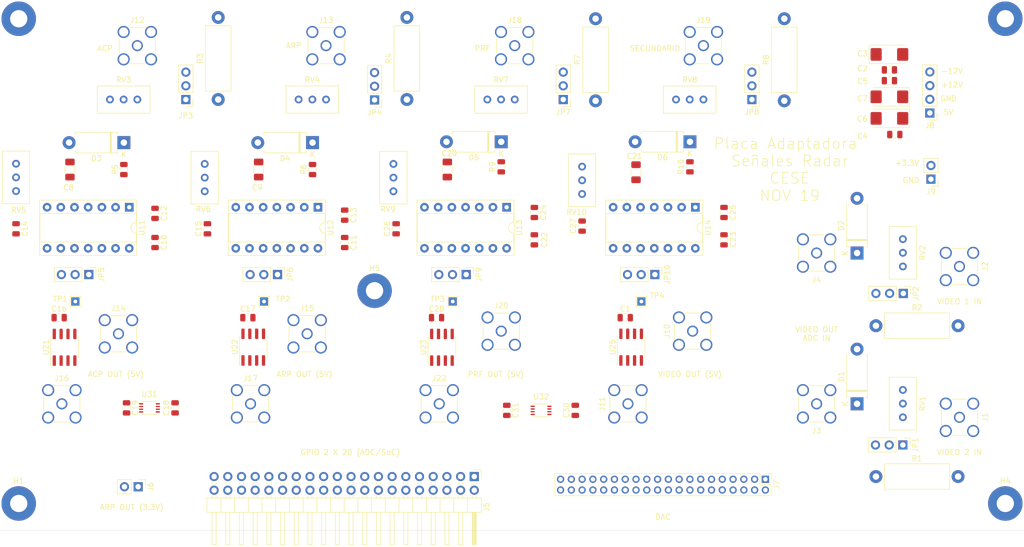
<source format=kicad_pcb>
(kicad_pcb (version 20171130) (host pcbnew "(5.1.4)-1")
  (title_block (title "Placa Adaptadora de Señales de Radar") (date 2019-10-31) (rev REV-0) (company "DCI - CESE") (comment 1 "Revisó en primera instancia: Leandro Torrent") (comment 2 "Revisó en segunda instancia: Diego Brengi") (comment 3 "Dibujó: Miguel del Valle"))
  (layers (0 F.Cu signal) (31 B.Cu signal hide) (34 B.Paste user hide) (35 F.Paste user hide) (36 B.SilkS user hide) (37 F.SilkS user hide) (38 B.Mask user hide) (39 F.Mask user hide) (44 Edge.Cuts user hide))
  (net 0 "")
  (net 1 GND)
  (net 2 +5V)
  (net 3 -12V)
  (net 4 +12V)
  (net 5 "Net-(C8-Pad1)")
  (net 6 "Net-(C9-Pad1)")
  (net 7 +3V3)
  (net 8 "Net-(C20-Pad1)")
  (net 9 "Net-(C21-Pad1)")
  (net 10 "Net-(D1-Pad1)")
  (net 11 "Net-(D2-Pad1)")
  (net 12 "Net-(D3-Pad1)")
  (net 13 "Net-(D4-Pad1)")
  (net 14 "Net-(D5-Pad1)")
  (net 15 "Net-(D6-Pad1)")
  (net 16 "Net-(J1-Pad1)")
  (net 17 "Net-(J2-Pad1)")
  (net 18 /ACP_3P3)
  (net 19 /VIDEO_DIGITAL)
  (net 20 DAC_CLK)
  (net 21 /PRF_3P3)
  (net 22 "Net-(J5-Pad6)")
  (net 23 /V_COMP_3P3)
  (net 24 "Net-(J5-Pad8)")
  (net 25 "Net-(J5-Pad9)")
  (net 26 "Net-(J5-Pad10)")
  (net 27 "Net-(J5-Pad11)")
  (net 28 "Net-(J5-Pad13)")
  (net 29 /DAC7)
  (net 30 "Net-(J5-Pad15)")
  (net 31 /DAC6)
  (net 32 "Net-(J5-Pad17)")
  (net 33 /DAC5)
  (net 34 "Net-(J5-Pad19)")
  (net 35 /DAC4)
  (net 36 "Net-(J5-Pad21)")
  (net 37 /DAC3)
  (net 38 "Net-(J5-Pad23)")
  (net 39 /DAC2)
  (net 40 "Net-(J5-Pad25)")
  (net 41 /DAC1)
  (net 42 "Net-(J5-Pad27)")
  (net 43 /DAC0)
  (net 44 "Net-(J5-Pad29)")
  (net 45 "Net-(J5-Pad31)")
  (net 46 "Net-(J5-Pad32)")
  (net 47 "Net-(J5-Pad33)")
  (net 48 "Net-(J5-Pad34)")
  (net 49 "Net-(J5-Pad35)")
  (net 50 "Net-(J5-Pad36)")
  (net 51 "Net-(J5-Pad37)")
  (net 52 "Net-(J5-Pad38)")
  (net 53 "Net-(J5-Pad39)")
  (net 54 "Net-(J5-Pad40)")
  (net 55 "Net-(J7-Pad3)")
  (net 56 "Net-(J7-Pad4)")
  (net 57 "Net-(J7-Pad14)")
  (net 58 "Net-(J7-Pad15)")
  (net 59 "Net-(J7-Pad16)")
  (net 60 "Net-(J7-Pad17)")
  (net 61 "Net-(J7-Pad18)")
  (net 62 "Net-(J7-Pad19)")
  (net 63 "Net-(J7-Pad20)")
  (net 64 "Net-(J7-Pad21)")
  (net 65 "Net-(J7-Pad22)")
  (net 66 "Net-(J7-Pad23)")
  (net 67 "Net-(J7-Pad24)")
  (net 68 "Net-(J7-Pad25)")
  (net 69 "Net-(J7-Pad26)")
  (net 70 "Net-(J7-Pad27)")
  (net 71 "Net-(J7-Pad28)")
  (net 72 "Net-(J7-Pad29)")
  (net 73 "Net-(J7-Pad30)")
  (net 74 "Net-(J7-Pad31)")
  (net 75 "Net-(J7-Pad32)")
  (net 76 "Net-(J7-Pad33)")
  (net 77 "Net-(J7-Pad34)")
  (net 78 "Net-(J7-Pad35)")
  (net 79 "Net-(J7-Pad36)")
  (net 80 "Net-(J7-Pad37)")
  (net 81 "Net-(J7-Pad38)")
  (net 82 "Net-(J7-Pad39)")
  (net 83 "Net-(J7-Pad40)")
  (net 84 "Net-(J10-Pad1)")
  (net 85 "Net-(J11-Pad1)")
  (net 86 "Net-(J12-Pad1)")
  (net 87 "Net-(J13-Pad1)")
  (net 88 "Net-(J14-Pad1)")
  (net 89 "Net-(J15-Pad1)")
  (net 90 "Net-(J16-Pad1)")
  (net 91 "Net-(J17-Pad1)")
  (net 92 "Net-(J18-Pad1)")
  (net 93 "Net-(J19-Pad1)")
  (net 94 "Net-(J20-Pad1)")
  (net 95 "Net-(J22-Pad1)")
  (net 96 "Net-(JP1-Pad2)")
  (net 97 "Net-(JP2-Pad2)")
  (net 98 "Net-(JP3-Pad2)")
  (net 99 "Net-(JP4-Pad2)")
  (net 100 "Net-(JP5-Pad3)")
  (net 101 "/Señales de ACP y ARP/ACP")
  (net 102 "Net-(JP5-Pad1)")
  (net 103 "Net-(JP6-Pad1)")
  (net 104 "/Señales de ACP y ARP/ARP")
  (net 105 "Net-(JP6-Pad3)")
  (net 106 "Net-(JP7-Pad2)")
  (net 107 "Net-(JP8-Pad2)")
  (net 108 "Net-(JP9-Pad3)")
  (net 109 "/Señales de Video Secundario y PRF/PRF")
  (net 110 "Net-(JP9-Pad1)")
  (net 111 "Net-(JP10-Pad3)")
  (net 112 "/Señales de Video Secundario y PRF/VIDEO_COMP")
  (net 113 "Net-(JP10-Pad1)")
  (net 114 "Net-(R5-Pad1)")
  (net 115 "Net-(R6-Pad1)")
  (net 116 "Net-(R9-Pad1)")
  (net 117 "Net-(R10-Pad1)")
  (net 118 "Net-(U11-Pad7)")
  (net 119 "Net-(U11-Pad12)")
  (net 120 "Net-(U11-Pad5)")
  (net 121 "Net-(U11-Pad2)")
  (net 122 "Net-(U12-Pad7)")
  (net 123 "Net-(U12-Pad12)")
  (net 124 "Net-(U12-Pad5)")
  (net 125 "Net-(U12-Pad2)")
  (net 126 "Net-(U13-Pad2)")
  (net 127 "Net-(U13-Pad5)")
  (net 128 "Net-(U13-Pad12)")
  (net 129 "Net-(U13-Pad7)")
  (net 130 "Net-(U14-Pad2)")
  (net 131 "Net-(U14-Pad5)")
  (net 132 "Net-(U14-Pad12)")
  (net 133 "Net-(U14-Pad7)")
  (module MountingHole:MountingHole_3.2mm_M3_Pad (layer F.Cu) (at 232 140)
    (fp_text reference H4 (at 0 -4.2) (layer F.SilkS))
    (fp_text value MountingHole)
    (pad 1 thru_hole circle (at 0 0) (size 6.4 6.4) (drill 3.2) (layers *.Cu *.Mask))
  )
  (module TestPoint:TestPoint_THTPad_1.5x1.5mm_Drill0.7mm (layer F.Cu) (at 94.5 102.5)
    (fp_text reference TP2 (at 3.54 -0.46) (layer F.SilkS))
    (fp_text value TestPoint)
    (pad 1 thru_hole rect (at 0 0) (size 1.5 1.5) (drill 0.7) (layers *.Cu *.Mask) (net 104 "/Señales de ACP y ARP/ARP"))
  )
  (module Connector_PinHeader_2.54mm:PinHeader_1x03_P2.54mm_Vertical (layer F.Cu) (at 167 97.5 270)
    (fp_text reference JP10 (at 0 -2.33 90) (layer F.SilkS))
    (fp_text value Jumper_3_Open)
    (pad 3 thru_hole oval (at 0 5.08 270) (size 1.7 1.7) (drill 1) (layers *.Cu *.Mask) (net 111 "Net-(JP10-Pad3)"))
    (pad 2 thru_hole oval (at 0 2.54 270) (size 1.7 1.7) (drill 1) (layers *.Cu *.Mask) (net 112 "/Señales de Video Secundario y PRF/VIDEO_COMP"))
    (pad 1 thru_hole rect (at 0 0 270) (size 1.7 1.7) (drill 1) (layers *.Cu *.Mask) (net 113 "Net-(JP10-Pad1)"))
  )
  (module Connector_PinHeader_2.54mm:PinHeader_1x03_P2.54mm_Vertical (layer F.Cu) (at 132 97.5 270)
    (fp_text reference JP9 (at 0 -2.33 90) (layer F.SilkS))
    (fp_text value Jumper_3_Open)
    (pad 3 thru_hole oval (at 0 5.08 270) (size 1.7 1.7) (drill 1) (layers *.Cu *.Mask) (net 108 "Net-(JP9-Pad3)"))
    (pad 2 thru_hole oval (at 0 2.54 270) (size 1.7 1.7) (drill 1) (layers *.Cu *.Mask) (net 109 "/Señales de Video Secundario y PRF/PRF"))
    (pad 1 thru_hole rect (at 0 0 270) (size 1.7 1.7) (drill 1) (layers *.Cu *.Mask) (net 110 "Net-(JP9-Pad1)"))
  )
  (module Connector_PinHeader_2.54mm:PinHeader_1x03_P2.54mm_Vertical (layer F.Cu) (at 185 65 180)
    (fp_text reference JP8 (at 0 -2.33) (layer F.SilkS))
    (fp_text value Jumper_3_Open)
    (pad 3 thru_hole oval (at 0 5.08 180) (size 1.7 1.7) (drill 1) (layers *.Cu *.Mask) (net 107 "Net-(JP8-Pad2)"))
    (pad 2 thru_hole oval (at 0 2.54 180) (size 1.7 1.7) (drill 1) (layers *.Cu *.Mask) (net 107 "Net-(JP8-Pad2)"))
    (pad 1 thru_hole rect (at 0 0 180) (size 1.7 1.7) (drill 1) (layers *.Cu *.Mask) (net 93 "Net-(J19-Pad1)"))
  )
  (module Connector_PinHeader_2.54mm:PinHeader_1x03_P2.54mm_Vertical (layer F.Cu) (at 150 65 180)
    (fp_text reference JP7 (at 0 -2.33) (layer F.SilkS))
    (fp_text value Jumper_3_Open)
    (pad 3 thru_hole oval (at 0 5.08 180) (size 1.7 1.7) (drill 1) (layers *.Cu *.Mask) (net 106 "Net-(JP7-Pad2)"))
    (pad 2 thru_hole oval (at 0 2.54 180) (size 1.7 1.7) (drill 1) (layers *.Cu *.Mask) (net 106 "Net-(JP7-Pad2)"))
    (pad 1 thru_hole rect (at 0 0 180) (size 1.7 1.7) (drill 1) (layers *.Cu *.Mask) (net 92 "Net-(J18-Pad1)"))
  )
  (module Connector_PinHeader_2.54mm:PinHeader_1x03_P2.54mm_Vertical (layer F.Cu) (at 97 97.5 270)
    (fp_text reference JP6 (at 0 -2.33 90) (layer F.SilkS))
    (fp_text value Jumper_3_Open)
    (pad 3 thru_hole oval (at 0 5.08 270) (size 1.7 1.7) (drill 1) (layers *.Cu *.Mask) (net 105 "Net-(JP6-Pad3)"))
    (pad 2 thru_hole oval (at 0 2.54 270) (size 1.7 1.7) (drill 1) (layers *.Cu *.Mask) (net 104 "/Señales de ACP y ARP/ARP"))
    (pad 1 thru_hole rect (at 0 0 270) (size 1.7 1.7) (drill 1) (layers *.Cu *.Mask) (net 103 "Net-(JP6-Pad1)"))
  )
  (module Connector_PinHeader_2.54mm:PinHeader_1x03_P2.54mm_Vertical (layer F.Cu) (at 62 97.5 270)
    (fp_text reference JP5 (at 0 -2.33 90) (layer F.SilkS))
    (fp_text value Jumper_3_Open)
    (pad 3 thru_hole oval (at 0 5.08 270) (size 1.7 1.7) (drill 1) (layers *.Cu *.Mask) (net 100 "Net-(JP5-Pad3)"))
    (pad 2 thru_hole oval (at 0 2.54 270) (size 1.7 1.7) (drill 1) (layers *.Cu *.Mask) (net 101 "/Señales de ACP y ARP/ACP"))
    (pad 1 thru_hole rect (at 0 0 270) (size 1.7 1.7) (drill 1) (layers *.Cu *.Mask) (net 102 "Net-(JP5-Pad1)"))
  )
  (module Connector_PinHeader_2.54mm:PinHeader_1x03_P2.54mm_Vertical (layer F.Cu) (at 115 65.08 180)
    (fp_text reference JP4 (at 0 -2.33) (layer F.SilkS))
    (fp_text value Jumper_3_Open)
    (pad 3 thru_hole oval (at 0 5.08 180) (size 1.7 1.7) (drill 1) (layers *.Cu *.Mask) (net 99 "Net-(JP4-Pad2)"))
    (pad 2 thru_hole oval (at 0 2.54 180) (size 1.7 1.7) (drill 1) (layers *.Cu *.Mask) (net 99 "Net-(JP4-Pad2)"))
    (pad 1 thru_hole rect (at 0 0 180) (size 1.7 1.7) (drill 1) (layers *.Cu *.Mask) (net 87 "Net-(J13-Pad1)"))
  )
  (module Connector_PinHeader_2.54mm:PinHeader_1x03_P2.54mm_Vertical (layer F.Cu) (at 80 65 180)
    (fp_text reference JP3 (at 0 -3) (layer F.SilkS))
    (fp_text value Jumper_3_Open)
    (pad 3 thru_hole oval (at 0 5.08 180) (size 1.7 1.7) (drill 1) (layers *.Cu *.Mask) (net 98 "Net-(JP3-Pad2)"))
    (pad 2 thru_hole oval (at 0 2.54 180) (size 1.7 1.7) (drill 1) (layers *.Cu *.Mask) (net 98 "Net-(JP3-Pad2)"))
    (pad 1 thru_hole rect (at 0 0 180) (size 1.7 1.7) (drill 1) (layers *.Cu *.Mask) (net 86 "Net-(J12-Pad1)"))
  )
  (module Connector_PinHeader_2.54mm:PinHeader_1x03_P2.54mm_Vertical (layer F.Cu) (at 213.08 101 270)
    (fp_text reference JP2 (at 0 -2.33 90) (layer F.SilkS))
    (fp_text value Jumper_3_Open)
    (pad 3 thru_hole oval (at 0 5.08 270) (size 1.7 1.7) (drill 1) (layers *.Cu *.Mask) (net 97 "Net-(JP2-Pad2)"))
    (pad 2 thru_hole oval (at 0 2.54 270) (size 1.7 1.7) (drill 1) (layers *.Cu *.Mask) (net 97 "Net-(JP2-Pad2)"))
    (pad 1 thru_hole rect (at 0 0 270) (size 1.7 1.7) (drill 1) (layers *.Cu *.Mask) (net 17 "Net-(J2-Pad1)"))
  )
  (module Connector_PinHeader_2.54mm:PinHeader_1x03_P2.54mm_Vertical (layer F.Cu) (at 213 129.14 270)
    (fp_text reference JP1 (at 0 -2.33 90) (layer F.SilkS))
    (fp_text value Jumper_3_Open)
    (pad 3 thru_hole oval (at 0 5.08 270) (size 1.7 1.7) (drill 1) (layers *.Cu *.Mask) (net 96 "Net-(JP1-Pad2)"))
    (pad 2 thru_hole oval (at 0 2.54 270) (size 1.7 1.7) (drill 1) (layers *.Cu *.Mask) (net 96 "Net-(JP1-Pad2)"))
    (pad 1 thru_hole rect (at 0 0 270) (size 1.7 1.7) (drill 1) (layers *.Cu *.Mask) (net 16 "Net-(J1-Pad1)"))
  )
  (module Package_DIP:DIP-14_W7.62mm_Socket (layer F.Cu) (at 174.5 85 270)
    (fp_text reference U14 (at 3.81 -2.33 90) (layer F.SilkS))
    (fp_text value LM361MX_NOPB)
    (pad 14 thru_hole oval (at 7.62 0 270) (size 1.6 1.6) (drill 0.8) (layers *.Cu *.Mask) (net 2 +5V))
    (pad 7 thru_hole oval (at 0 15.24 270) (size 1.6 1.6) (drill 0.8) (layers *.Cu *.Mask) (net 133 "Net-(U14-Pad7)"))
    (pad 13 thru_hole oval (at 7.62 2.54 270) (size 1.6 1.6) (drill 0.8) (layers *.Cu *.Mask) (net 2 +5V))
    (pad 6 thru_hole oval (at 0 12.7 270) (size 1.6 1.6) (drill 0.8) (layers *.Cu *.Mask) (net 3 -12V))
    (pad 12 thru_hole oval (at 7.62 5.08 270) (size 1.6 1.6) (drill 0.8) (layers *.Cu *.Mask) (net 132 "Net-(U14-Pad12)"))
    (pad 5 thru_hole oval (at 0 10.16 270) (size 1.6 1.6) (drill 0.8) (layers *.Cu *.Mask) (net 131 "Net-(U14-Pad5)"))
    (pad 11 thru_hole oval (at 7.62 7.62 270) (size 1.6 1.6) (drill 0.8) (layers *.Cu *.Mask) (net 113 "Net-(JP10-Pad1)"))
    (pad 4 thru_hole oval (at 0 7.62 270) (size 1.6 1.6) (drill 0.8) (layers *.Cu *.Mask) (net 9 "Net-(C21-Pad1)"))
    (pad 10 thru_hole oval (at 7.62 10.16 270) (size 1.6 1.6) (drill 0.8) (layers *.Cu *.Mask) (net 1 GND))
    (pad 3 thru_hole oval (at 0 5.08 270) (size 1.6 1.6) (drill 0.8) (layers *.Cu *.Mask) (net 117 "Net-(R10-Pad1)"))
    (pad 9 thru_hole oval (at 7.62 12.7 270) (size 1.6 1.6) (drill 0.8) (layers *.Cu *.Mask) (net 111 "Net-(JP10-Pad3)"))
    (pad 2 thru_hole oval (at 0 2.54 270) (size 1.6 1.6) (drill 0.8) (layers *.Cu *.Mask) (net 130 "Net-(U14-Pad2)"))
    (pad 8 thru_hole oval (at 7.62 15.24 270) (size 1.6 1.6) (drill 0.8) (layers *.Cu *.Mask) (net 2 +5V))
    (pad 1 thru_hole rect (at 0 0 270) (size 1.6 1.6) (drill 0.8) (layers *.Cu *.Mask) (net 4 +12V))
  )
  (module Package_DIP:DIP-14_W7.62mm_Socket (layer F.Cu) (at 139.5 85 270)
    (fp_text reference U13 (at 3.81 -2.33 90) (layer F.SilkS))
    (fp_text value LM361MX_NOPB)
    (pad 14 thru_hole oval (at 7.62 0 270) (size 1.6 1.6) (drill 0.8) (layers *.Cu *.Mask) (net 2 +5V))
    (pad 7 thru_hole oval (at 0 15.24 270) (size 1.6 1.6) (drill 0.8) (layers *.Cu *.Mask) (net 129 "Net-(U13-Pad7)"))
    (pad 13 thru_hole oval (at 7.62 2.54 270) (size 1.6 1.6) (drill 0.8) (layers *.Cu *.Mask) (net 2 +5V))
    (pad 6 thru_hole oval (at 0 12.7 270) (size 1.6 1.6) (drill 0.8) (layers *.Cu *.Mask) (net 3 -12V))
    (pad 12 thru_hole oval (at 7.62 5.08 270) (size 1.6 1.6) (drill 0.8) (layers *.Cu *.Mask) (net 128 "Net-(U13-Pad12)"))
    (pad 5 thru_hole oval (at 0 10.16 270) (size 1.6 1.6) (drill 0.8) (layers *.Cu *.Mask) (net 127 "Net-(U13-Pad5)"))
    (pad 11 thru_hole oval (at 7.62 7.62 270) (size 1.6 1.6) (drill 0.8) (layers *.Cu *.Mask) (net 110 "Net-(JP9-Pad1)"))
    (pad 4 thru_hole oval (at 0 7.62 270) (size 1.6 1.6) (drill 0.8) (layers *.Cu *.Mask) (net 8 "Net-(C20-Pad1)"))
    (pad 10 thru_hole oval (at 7.62 10.16 270) (size 1.6 1.6) (drill 0.8) (layers *.Cu *.Mask) (net 1 GND))
    (pad 3 thru_hole oval (at 0 5.08 270) (size 1.6 1.6) (drill 0.8) (layers *.Cu *.Mask) (net 116 "Net-(R9-Pad1)"))
    (pad 9 thru_hole oval (at 7.62 12.7 270) (size 1.6 1.6) (drill 0.8) (layers *.Cu *.Mask) (net 108 "Net-(JP9-Pad3)"))
    (pad 2 thru_hole oval (at 0 2.54 270) (size 1.6 1.6) (drill 0.8) (layers *.Cu *.Mask) (net 126 "Net-(U13-Pad2)"))
    (pad 8 thru_hole oval (at 7.62 15.24 270) (size 1.6 1.6) (drill 0.8) (layers *.Cu *.Mask) (net 2 +5V))
    (pad 1 thru_hole rect (at 0 0 270) (size 1.6 1.6) (drill 0.8) (layers *.Cu *.Mask) (net 4 +12V))
  )
  (module Package_DIP:DIP-14_W7.62mm_Socket (layer F.Cu) (at 104.5 85 270)
    (fp_text reference U12 (at 3.81 -2.33 90) (layer F.SilkS))
    (fp_text value LM361MX_NOPB)
    (pad 14 thru_hole oval (at 7.62 0 270) (size 1.6 1.6) (drill 0.8) (layers *.Cu *.Mask) (net 2 +5V))
    (pad 7 thru_hole oval (at 0 15.24 270) (size 1.6 1.6) (drill 0.8) (layers *.Cu *.Mask) (net 122 "Net-(U12-Pad7)"))
    (pad 13 thru_hole oval (at 7.62 2.54 270) (size 1.6 1.6) (drill 0.8) (layers *.Cu *.Mask) (net 2 +5V))
    (pad 6 thru_hole oval (at 0 12.7 270) (size 1.6 1.6) (drill 0.8) (layers *.Cu *.Mask) (net 3 -12V))
    (pad 12 thru_hole oval (at 7.62 5.08 270) (size 1.6 1.6) (drill 0.8) (layers *.Cu *.Mask) (net 123 "Net-(U12-Pad12)"))
    (pad 5 thru_hole oval (at 0 10.16 270) (size 1.6 1.6) (drill 0.8) (layers *.Cu *.Mask) (net 124 "Net-(U12-Pad5)"))
    (pad 11 thru_hole oval (at 7.62 7.62 270) (size 1.6 1.6) (drill 0.8) (layers *.Cu *.Mask) (net 103 "Net-(JP6-Pad1)"))
    (pad 4 thru_hole oval (at 0 7.62 270) (size 1.6 1.6) (drill 0.8) (layers *.Cu *.Mask) (net 6 "Net-(C9-Pad1)"))
    (pad 10 thru_hole oval (at 7.62 10.16 270) (size 1.6 1.6) (drill 0.8) (layers *.Cu *.Mask) (net 1 GND))
    (pad 3 thru_hole oval (at 0 5.08 270) (size 1.6 1.6) (drill 0.8) (layers *.Cu *.Mask) (net 115 "Net-(R6-Pad1)"))
    (pad 9 thru_hole oval (at 7.62 12.7 270) (size 1.6 1.6) (drill 0.8) (layers *.Cu *.Mask) (net 105 "Net-(JP6-Pad3)"))
    (pad 2 thru_hole oval (at 0 2.54 270) (size 1.6 1.6) (drill 0.8) (layers *.Cu *.Mask) (net 125 "Net-(U12-Pad2)"))
    (pad 8 thru_hole oval (at 7.62 15.24 270) (size 1.6 1.6) (drill 0.8) (layers *.Cu *.Mask) (net 2 +5V))
    (pad 1 thru_hole rect (at 0 0 270) (size 1.6 1.6) (drill 0.8) (layers *.Cu *.Mask) (net 4 +12V))
  )
  (module Package_DIP:DIP-14_W7.62mm_Socket (layer F.Cu) (at 69.5 85 270)
    (fp_text reference U11 (at 3.81 -2.33 90) (layer F.SilkS))
    (fp_text value LM361MX_NOPB)
    (pad 14 thru_hole oval (at 7.62 0 270) (size 1.6 1.6) (drill 0.8) (layers *.Cu *.Mask) (net 2 +5V))
    (pad 7 thru_hole oval (at 0 15.24 270) (size 1.6 1.6) (drill 0.8) (layers *.Cu *.Mask) (net 118 "Net-(U11-Pad7)"))
    (pad 13 thru_hole oval (at 7.62 2.54 270) (size 1.6 1.6) (drill 0.8) (layers *.Cu *.Mask) (net 2 +5V))
    (pad 6 thru_hole oval (at 0 12.7 270) (size 1.6 1.6) (drill 0.8) (layers *.Cu *.Mask) (net 3 -12V))
    (pad 12 thru_hole oval (at 7.62 5.08 270) (size 1.6 1.6) (drill 0.8) (layers *.Cu *.Mask) (net 119 "Net-(U11-Pad12)"))
    (pad 5 thru_hole oval (at 0 10.16 270) (size 1.6 1.6) (drill 0.8) (layers *.Cu *.Mask) (net 120 "Net-(U11-Pad5)"))
    (pad 11 thru_hole oval (at 7.62 7.62 270) (size 1.6 1.6) (drill 0.8) (layers *.Cu *.Mask) (net 102 "Net-(JP5-Pad1)"))
    (pad 4 thru_hole oval (at 0 7.62 270) (size 1.6 1.6) (drill 0.8) (layers *.Cu *.Mask) (net 5 "Net-(C8-Pad1)"))
    (pad 10 thru_hole oval (at 7.62 10.16 270) (size 1.6 1.6) (drill 0.8) (layers *.Cu *.Mask) (net 1 GND))
    (pad 3 thru_hole oval (at 0 5.08 270) (size 1.6 1.6) (drill 0.8) (layers *.Cu *.Mask) (net 114 "Net-(R5-Pad1)"))
    (pad 9 thru_hole oval (at 7.62 12.7 270) (size 1.6 1.6) (drill 0.8) (layers *.Cu *.Mask) (net 100 "Net-(JP5-Pad3)"))
    (pad 2 thru_hole oval (at 0 2.54 270) (size 1.6 1.6) (drill 0.8) (layers *.Cu *.Mask) (net 121 "Net-(U11-Pad2)"))
    (pad 8 thru_hole oval (at 7.62 15.24 270) (size 1.6 1.6) (drill 0.8) (layers *.Cu *.Mask) (net 2 +5V))
    (pad 1 thru_hole rect (at 0 0 270) (size 1.6 1.6) (drill 0.8) (layers *.Cu *.Mask) (net 4 +12V))
  )
  (module Diode_THT:D_DO-15_P10.16mm_Horizontal (layer F.Cu) (at 173.5 72.85 180)
    (fp_text reference D6 (at 5.08 -2.92) (layer F.SilkS))
    (fp_text value D_TVS)
    (fp_text user K (at 0 -2.2) (layer F.SilkS))
    (pad 2 thru_hole oval (at 10.16 0 180) (size 2.4 2.4) (drill 1.2) (layers *.Cu *.Mask) (net 1 GND))
    (pad 1 thru_hole rect (at 0 0 180) (size 2.4 2.4) (drill 1.2) (layers *.Cu *.Mask) (net 15 "Net-(D6-Pad1)"))
  )
  (module Diode_THT:D_DO-15_P10.16mm_Horizontal (layer F.Cu) (at 138.5 72.85 180)
    (fp_text reference D5 (at 5.08 -2.92) (layer F.SilkS))
    (fp_text value D_TVS)
    (fp_text user K (at 0 -2.2) (layer F.SilkS))
    (pad 2 thru_hole oval (at 10.16 0 180) (size 2.4 2.4) (drill 1.2) (layers *.Cu *.Mask) (net 1 GND))
    (pad 1 thru_hole rect (at 0 0 180) (size 2.4 2.4) (drill 1.2) (layers *.Cu *.Mask) (net 14 "Net-(D5-Pad1)"))
  )
  (module Diode_THT:D_DO-15_P10.16mm_Horizontal (layer F.Cu) (at 103.5 73 180)
    (fp_text reference D4 (at 5.08 -2.92) (layer F.SilkS))
    (fp_text value D_TVS)
    (fp_text user K (at 0 -2.2) (layer F.SilkS))
    (pad 2 thru_hole oval (at 10.16 0 180) (size 2.4 2.4) (drill 1.2) (layers *.Cu *.Mask) (net 1 GND))
    (pad 1 thru_hole rect (at 0 0 180) (size 2.4 2.4) (drill 1.2) (layers *.Cu *.Mask) (net 13 "Net-(D4-Pad1)"))
  )
  (module Diode_THT:D_DO-15_P10.16mm_Horizontal (layer F.Cu) (at 68.5 73 180)
    (fp_text reference D3 (at 5.08 -2.92) (layer F.SilkS))
    (fp_text value D_TVS)
    (fp_text user K (at 0 -2.2) (layer F.SilkS))
    (pad 2 thru_hole oval (at 10.16 0 180) (size 2.4 2.4) (drill 1.2) (layers *.Cu *.Mask) (net 1 GND))
    (pad 1 thru_hole rect (at 0 0 180) (size 2.4 2.4) (drill 1.2) (layers *.Cu *.Mask) (net 12 "Net-(D3-Pad1)"))
  )
  (module Diode_THT:D_DO-15_P10.16mm_Horizontal (layer F.Cu) (at 204.5 93.5 90)
    (fp_text reference D2 (at 5.08 -2.92 90) (layer F.SilkS))
    (fp_text value D_TVS)
    (fp_text user K (at 0 -2.2 90) (layer F.SilkS))
    (pad 2 thru_hole oval (at 10.16 0 90) (size 2.4 2.4) (drill 1.2) (layers *.Cu *.Mask) (net 1 GND))
    (pad 1 thru_hole rect (at 0 0 90) (size 2.4 2.4) (drill 1.2) (layers *.Cu *.Mask) (net 11 "Net-(D2-Pad1)"))
  )
  (module Diode_THT:D_DO-15_P10.16mm_Horizontal (layer F.Cu) (at 204.5 121.5 90)
    (fp_text reference D1 (at 5.08 -2.92 90) (layer F.SilkS))
    (fp_text value D_TVS)
    (fp_text user K (at 0 -2.2 90) (layer F.SilkS))
    (pad 2 thru_hole oval (at 10.16 0 90) (size 2.4 2.4) (drill 1.2) (layers *.Cu *.Mask) (net 1 GND))
    (pad 1 thru_hole rect (at 0 0 90) (size 2.4 2.4) (drill 1.2) (layers *.Cu *.Mask) (net 10 "Net-(D1-Pad1)"))
  )
  (module Capacitor_SMD:C_0805_2012Metric (layer F.Cu) (at 210.5 59.5)
    (fp_text reference C2 (at -5 -0.23) (layer F.SilkS))
    (fp_text value 0_1uF-50V)
    (pad 1 smd roundrect (at -0.9375 0) (size 0.975 1.4) (layers F.Cu F.Paste F.Mask) (net 1 GND))
    (pad 2 smd roundrect (at 0.9375 0) (size 0.975 1.4) (layers F.Cu F.Paste F.Mask) (net 3 -12V))
  )
  (module MountingHole:MountingHole_3.2mm_M3_Pad (layer F.Cu) (at 115 100.5)
    (fp_text reference H5 (at 0 -4.2) (layer F.SilkS))
    (fp_text value MountingHole)
    (pad 1 thru_hole circle (at 0 0) (size 6.4 6.4) (drill 3.2) (layers *.Cu *.Mask))
  )
  (module MountingHole:MountingHole_3.2mm_M3_Pad (layer F.Cu) (at 232 50)
    (fp_text reference H3 (at 0 -4.2) (layer F.SilkS))
    (fp_text value MountingHole)
    (pad 1 thru_hole circle (at 0 0) (size 6.4 6.4) (drill 3.2) (layers *.Cu *.Mask))
  )
  (module MountingHole:MountingHole_3.2mm_M3_Pad (layer F.Cu) (at 49 50)
    (fp_text reference H2 (at 0 -4.2) (layer F.SilkS))
    (fp_text value MountingHole)
    (pad 1 thru_hole circle (at 0 0) (size 6.4 6.4) (drill 3.2) (layers *.Cu *.Mask))
  )
  (module MountingHole:MountingHole_3.2mm_M3_Pad (layer F.Cu) (at 49 140)
    (fp_text reference H1 (at 0 -4.2) (layer F.SilkS))
    (fp_text value MountingHole)
    (pad 1 thru_hole circle (at 0 0) (size 6.4 6.4) (drill 3.2) (layers *.Cu *.Mask))
  )
  (module Connector_Coaxial:SMA_Amphenol_901-144_Vertical (layer F.Cu) (at 223.5 124 270)
    (fp_text reference J1 (at 0 -4.75 90) (layer F.SilkS))
    (fp_text value Conn_Coaxial)
    (pad 2 thru_hole circle (at -2.54 2.54 270) (size 2.25 2.25) (drill 1.7) (layers *.Cu *.Mask) (net 1 GND))
    (pad 2 thru_hole circle (at -2.54 -2.54 270) (size 2.25 2.25) (drill 1.7) (layers *.Cu *.Mask) (net 1 GND))
    (pad 2 thru_hole circle (at 2.54 -2.54 270) (size 2.25 2.25) (drill 1.7) (layers *.Cu *.Mask) (net 1 GND))
    (pad 2 thru_hole circle (at 2.54 2.54 270) (size 2.25 2.25) (drill 1.7) (layers *.Cu *.Mask) (net 1 GND))
    (pad 1 thru_hole circle (at 0 0 270) (size 2.05 2.05) (drill 1.5) (layers *.Cu *.Mask) (net 16 "Net-(J1-Pad1)"))
  )
  (module Connector_Coaxial:SMA_Amphenol_901-144_Vertical (layer F.Cu) (at 162 121.5 90)
    (fp_text reference J11 (at 0 -4.75 90) (layer F.SilkS))
    (fp_text value Conn_Coaxial)
    (pad 2 thru_hole circle (at -2.54 2.54 90) (size 2.25 2.25) (drill 1.7) (layers *.Cu *.Mask) (net 1 GND))
    (pad 2 thru_hole circle (at -2.54 -2.54 90) (size 2.25 2.25) (drill 1.7) (layers *.Cu *.Mask) (net 1 GND))
    (pad 2 thru_hole circle (at 2.54 -2.54 90) (size 2.25 2.25) (drill 1.7) (layers *.Cu *.Mask) (net 1 GND))
    (pad 2 thru_hole circle (at 2.54 2.54 90) (size 2.25 2.25) (drill 1.7) (layers *.Cu *.Mask) (net 1 GND))
    (pad 1 thru_hole circle (at 0 0 90) (size 2.05 2.05) (drill 1.5) (layers *.Cu *.Mask) (net 85 "Net-(J11-Pad1)"))
  )
  (module Connector_Coaxial:SMA_Amphenol_901-144_Vertical (layer F.Cu) (at 174 108 90)
    (fp_text reference J10 (at 0 -4.75 90) (layer F.SilkS))
    (fp_text value Conn_Coaxial)
    (pad 2 thru_hole circle (at -2.54 2.54 90) (size 2.25 2.25) (drill 1.7) (layers *.Cu *.Mask) (net 1 GND))
    (pad 2 thru_hole circle (at -2.54 -2.54 90) (size 2.25 2.25) (drill 1.7) (layers *.Cu *.Mask) (net 1 GND))
    (pad 2 thru_hole circle (at 2.54 -2.54 90) (size 2.25 2.25) (drill 1.7) (layers *.Cu *.Mask) (net 1 GND))
    (pad 2 thru_hole circle (at 2.54 2.54 90) (size 2.25 2.25) (drill 1.7) (layers *.Cu *.Mask) (net 1 GND))
    (pad 1 thru_hole circle (at 0 0 90) (size 2.05 2.05) (drill 1.5) (layers *.Cu *.Mask) (net 84 "Net-(J10-Pad1)"))
  )
  (module Resistor_THT:R_Axial_DIN0414_L11.9mm_D4.5mm_P15.24mm_Horizontal (layer F.Cu) (at 121 65 90)
    (fp_text reference R4 (at 7.62 -3.37 90) (layer F.SilkS))
    (fp_text value "50 - 1/2W - 5%")
    (pad 1 thru_hole circle (at 0 0 90) (size 2.4 2.4) (drill 1.2) (layers *.Cu *.Mask) (net 99 "Net-(JP4-Pad2)"))
    (pad 2 thru_hole oval (at 15.24 0 90) (size 2.4 2.4) (drill 1.2) (layers *.Cu *.Mask) (net 1 GND))
  )
  (module Resistor_THT:R_Axial_DIN0414_L11.9mm_D4.5mm_P15.24mm_Horizontal (layer F.Cu) (at 191 65.24 90)
    (fp_text reference R8 (at 7.62 -3.37 90) (layer F.SilkS))
    (fp_text value "50 - 1/2W - 5%")
    (pad 2 thru_hole oval (at 15.24 0 90) (size 2.4 2.4) (drill 1.2) (layers *.Cu *.Mask) (net 1 GND))
    (pad 1 thru_hole circle (at 0 0 90) (size 2.4 2.4) (drill 1.2) (layers *.Cu *.Mask) (net 107 "Net-(JP8-Pad2)"))
  )
  (module Resistor_THT:R_Axial_DIN0414_L11.9mm_D4.5mm_P15.24mm_Horizontal (layer F.Cu) (at 86 65 90)
    (fp_text reference R3 (at 7.62 -3.37 90) (layer F.SilkS))
    (fp_text value "50 - 1/2W - 5%")
    (pad 1 thru_hole circle (at 0 0 90) (size 2.4 2.4) (drill 1.2) (layers *.Cu *.Mask) (net 98 "Net-(JP3-Pad2)"))
    (pad 2 thru_hole oval (at 15.24 0 90) (size 2.4 2.4) (drill 1.2) (layers *.Cu *.Mask) (net 1 GND))
  )
  (module Resistor_THT:R_Axial_DIN0414_L11.9mm_D4.5mm_P15.24mm_Horizontal (layer F.Cu) (at 208 135)
    (fp_text reference R1 (at 7.62 -3.37) (layer F.SilkS))
    (fp_text value "50 - 1/2W - 5%")
    (pad 2 thru_hole oval (at 15.24 0) (size 2.4 2.4) (drill 1.2) (layers *.Cu *.Mask) (net 1 GND))
    (pad 1 thru_hole circle (at 0 0) (size 2.4 2.4) (drill 1.2) (layers *.Cu *.Mask) (net 96 "Net-(JP1-Pad2)"))
  )
  (module Resistor_THT:R_Axial_DIN0414_L11.9mm_D4.5mm_P15.24mm_Horizontal (layer F.Cu) (at 156 65.24 90)
    (fp_text reference R7 (at 7.62 -3.37 90) (layer F.SilkS))
    (fp_text value "50 - 1/2W - 5%")
    (pad 1 thru_hole circle (at 0 0 90) (size 2.4 2.4) (drill 1.2) (layers *.Cu *.Mask) (net 106 "Net-(JP7-Pad2)"))
    (pad 2 thru_hole oval (at 15.24 0 90) (size 2.4 2.4) (drill 1.2) (layers *.Cu *.Mask) (net 1 GND))
  )
  (module Connector_Coaxial:SMA_Amphenol_901-144_Vertical (layer F.Cu) (at 176 55)
    (fp_text reference J19 (at 0 -4.75) (layer F.SilkS))
    (fp_text value Conn_Coaxial)
    (pad 2 thru_hole circle (at -2.54 2.54) (size 2.25 2.25) (drill 1.7) (layers *.Cu *.Mask) (net 1 GND))
    (pad 2 thru_hole circle (at -2.54 -2.54) (size 2.25 2.25) (drill 1.7) (layers *.Cu *.Mask) (net 1 GND))
    (pad 2 thru_hole circle (at 2.54 -2.54) (size 2.25 2.25) (drill 1.7) (layers *.Cu *.Mask) (net 1 GND))
    (pad 2 thru_hole circle (at 2.54 2.54) (size 2.25 2.25) (drill 1.7) (layers *.Cu *.Mask) (net 1 GND))
    (pad 1 thru_hole circle (at 0 0) (size 2.05 2.05) (drill 1.5) (layers *.Cu *.Mask) (net 93 "Net-(J19-Pad1)"))
  )
  (module Connector_Coaxial:SMA_Amphenol_901-144_Vertical (layer F.Cu) (at 71 55)
    (fp_text reference J12 (at 0 -4.75) (layer F.SilkS))
    (fp_text value Conn_Coaxial)
    (pad 1 thru_hole circle (at 0 0) (size 2.05 2.05) (drill 1.5) (layers *.Cu *.Mask) (net 86 "Net-(J12-Pad1)"))
    (pad 2 thru_hole circle (at 2.54 2.54) (size 2.25 2.25) (drill 1.7) (layers *.Cu *.Mask) (net 1 GND))
    (pad 2 thru_hole circle (at 2.54 -2.54) (size 2.25 2.25) (drill 1.7) (layers *.Cu *.Mask) (net 1 GND))
    (pad 2 thru_hole circle (at -2.54 -2.54) (size 2.25 2.25) (drill 1.7) (layers *.Cu *.Mask) (net 1 GND))
    (pad 2 thru_hole circle (at -2.54 2.54) (size 2.25 2.25) (drill 1.7) (layers *.Cu *.Mask) (net 1 GND))
  )
  (module Connector_Coaxial:SMA_Amphenol_901-144_Vertical (layer F.Cu) (at 106 55)
    (fp_text reference J13 (at 0 -4.75) (layer F.SilkS))
    (fp_text value Conn_Coaxial)
    (pad 2 thru_hole circle (at -2.54 2.54) (size 2.25 2.25) (drill 1.7) (layers *.Cu *.Mask) (net 1 GND))
    (pad 2 thru_hole circle (at -2.54 -2.54) (size 2.25 2.25) (drill 1.7) (layers *.Cu *.Mask) (net 1 GND))
    (pad 2 thru_hole circle (at 2.54 -2.54) (size 2.25 2.25) (drill 1.7) (layers *.Cu *.Mask) (net 1 GND))
    (pad 2 thru_hole circle (at 2.54 2.54) (size 2.25 2.25) (drill 1.7) (layers *.Cu *.Mask) (net 1 GND))
    (pad 1 thru_hole circle (at 0 0) (size 2.05 2.05) (drill 1.5) (layers *.Cu *.Mask) (net 87 "Net-(J13-Pad1)"))
  )
  (module Connector_Coaxial:SMA_Amphenol_901-144_Vertical (layer F.Cu) (at 141 55)
    (fp_text reference J18 (at 0 -4.75) (layer F.SilkS))
    (fp_text value Conn_Coaxial)
    (pad 1 thru_hole circle (at 0 0) (size 2.05 2.05) (drill 1.5) (layers *.Cu *.Mask) (net 92 "Net-(J18-Pad1)"))
    (pad 2 thru_hole circle (at 2.54 2.54) (size 2.25 2.25) (drill 1.7) (layers *.Cu *.Mask) (net 1 GND))
    (pad 2 thru_hole circle (at 2.54 -2.54) (size 2.25 2.25) (drill 1.7) (layers *.Cu *.Mask) (net 1 GND))
    (pad 2 thru_hole circle (at -2.54 -2.54) (size 2.25 2.25) (drill 1.7) (layers *.Cu *.Mask) (net 1 GND))
    (pad 2 thru_hole circle (at -2.54 2.54) (size 2.25 2.25) (drill 1.7) (layers *.Cu *.Mask) (net 1 GND))
  )
  (module Package_SO:SOIC-8_3.9x4.9mm_P1.27mm (layer F.Cu) (at 162.595 110.975 90)
    (fp_text reference U25 (at 0 -3.4 90) (layer F.SilkS))
    (fp_text value TLV2772IDR)
    (pad 8 smd roundrect (at 2.475 -1.905 90) (size 1.95 0.6) (layers F.Cu F.Paste F.Mask) (net 2 +5V))
    (pad 7 smd roundrect (at 2.475 -0.635 90) (size 1.95 0.6) (layers F.Cu F.Paste F.Mask) (net 84 "Net-(J10-Pad1)"))
    (pad 6 smd roundrect (at 2.475 0.635 90) (size 1.95 0.6) (layers F.Cu F.Paste F.Mask) (net 84 "Net-(J10-Pad1)"))
    (pad 5 smd roundrect (at 2.475 1.905 90) (size 1.95 0.6) (layers F.Cu F.Paste F.Mask) (net 19 /VIDEO_DIGITAL))
    (pad 4 smd roundrect (at -2.475 1.905 90) (size 1.95 0.6) (layers F.Cu F.Paste F.Mask) (net 1 GND))
    (pad 3 smd roundrect (at -2.475 0.635 90) (size 1.95 0.6) (layers F.Cu F.Paste F.Mask) (net 19 /VIDEO_DIGITAL))
    (pad 2 smd roundrect (at -2.475 -0.635 90) (size 1.95 0.6) (layers F.Cu F.Paste F.Mask) (net 85 "Net-(J11-Pad1)"))
    (pad 1 smd roundrect (at -2.475 -1.905 90) (size 1.95 0.6) (layers F.Cu F.Paste F.Mask) (net 85 "Net-(J11-Pad1)"))
  )
  (module Package_SO:SOIC-8_3.9x4.9mm_P1.27mm (layer F.Cu) (at 127.5 111 90)
    (fp_text reference U23 (at 0 -3.4 90) (layer F.SilkS))
    (fp_text value TLV2772IDR)
    (pad 8 smd roundrect (at 2.475 -1.905 90) (size 1.95 0.6) (layers F.Cu F.Paste F.Mask) (net 2 +5V))
    (pad 7 smd roundrect (at 2.475 -0.635 90) (size 1.95 0.6) (layers F.Cu F.Paste F.Mask) (net 94 "Net-(J20-Pad1)"))
    (pad 6 smd roundrect (at 2.475 0.635 90) (size 1.95 0.6) (layers F.Cu F.Paste F.Mask) (net 94 "Net-(J20-Pad1)"))
    (pad 5 smd roundrect (at 2.475 1.905 90) (size 1.95 0.6) (layers F.Cu F.Paste F.Mask) (net 109 "/Señales de Video Secundario y PRF/PRF"))
    (pad 4 smd roundrect (at -2.475 1.905 90) (size 1.95 0.6) (layers F.Cu F.Paste F.Mask) (net 1 GND))
    (pad 3 smd roundrect (at -2.475 0.635 90) (size 1.95 0.6) (layers F.Cu F.Paste F.Mask) (net 109 "/Señales de Video Secundario y PRF/PRF"))
    (pad 2 smd roundrect (at -2.475 -0.635 90) (size 1.95 0.6) (layers F.Cu F.Paste F.Mask) (net 95 "Net-(J22-Pad1)"))
    (pad 1 smd roundrect (at -2.475 -1.905 90) (size 1.95 0.6) (layers F.Cu F.Paste F.Mask) (net 95 "Net-(J22-Pad1)"))
  )
  (module Package_SO:SOIC-8_3.9x4.9mm_P1.27mm (layer F.Cu) (at 92.5 110.975 90)
    (fp_text reference U22 (at 0 -3.4 90) (layer F.SilkS))
    (fp_text value TLV2772IDR)
    (pad 8 smd roundrect (at 2.475 -1.905 90) (size 1.95 0.6) (layers F.Cu F.Paste F.Mask) (net 2 +5V))
    (pad 7 smd roundrect (at 2.475 -0.635 90) (size 1.95 0.6) (layers F.Cu F.Paste F.Mask) (net 89 "Net-(J15-Pad1)"))
    (pad 6 smd roundrect (at 2.475 0.635 90) (size 1.95 0.6) (layers F.Cu F.Paste F.Mask) (net 89 "Net-(J15-Pad1)"))
    (pad 5 smd roundrect (at 2.475 1.905 90) (size 1.95 0.6) (layers F.Cu F.Paste F.Mask) (net 104 "/Señales de ACP y ARP/ARP"))
    (pad 4 smd roundrect (at -2.475 1.905 90) (size 1.95 0.6) (layers F.Cu F.Paste F.Mask) (net 1 GND))
    (pad 3 smd roundrect (at -2.475 0.635 90) (size 1.95 0.6) (layers F.Cu F.Paste F.Mask) (net 104 "/Señales de ACP y ARP/ARP"))
    (pad 2 smd roundrect (at -2.475 -0.635 90) (size 1.95 0.6) (layers F.Cu F.Paste F.Mask) (net 91 "Net-(J17-Pad1)"))
    (pad 1 smd roundrect (at -2.475 -1.905 90) (size 1.95 0.6) (layers F.Cu F.Paste F.Mask) (net 91 "Net-(J17-Pad1)"))
  )
  (module Package_SO:SOIC-8_3.9x4.9mm_P1.27mm (layer F.Cu) (at 57.5 111 90)
    (fp_text reference U21 (at 0 -3.4 270) (layer F.SilkS))
    (fp_text value TLV2772IDR)
    (pad 8 smd roundrect (at 2.475 -1.905 90) (size 1.95 0.6) (layers F.Cu F.Paste F.Mask) (net 2 +5V))
    (pad 7 smd roundrect (at 2.475 -0.635 90) (size 1.95 0.6) (layers F.Cu F.Paste F.Mask) (net 88 "Net-(J14-Pad1)"))
    (pad 6 smd roundrect (at 2.475 0.635 90) (size 1.95 0.6) (layers F.Cu F.Paste F.Mask) (net 88 "Net-(J14-Pad1)"))
    (pad 5 smd roundrect (at 2.475 1.905 90) (size 1.95 0.6) (layers F.Cu F.Paste F.Mask) (net 101 "/Señales de ACP y ARP/ACP"))
    (pad 4 smd roundrect (at -2.475 1.905 90) (size 1.95 0.6) (layers F.Cu F.Paste F.Mask) (net 1 GND))
    (pad 3 smd roundrect (at -2.475 0.635 90) (size 1.95 0.6) (layers F.Cu F.Paste F.Mask) (net 101 "/Señales de ACP y ARP/ACP"))
    (pad 2 smd roundrect (at -2.475 -0.635 90) (size 1.95 0.6) (layers F.Cu F.Paste F.Mask) (net 90 "Net-(J16-Pad1)"))
    (pad 1 smd roundrect (at -2.475 -1.905 90) (size 1.95 0.6) (layers F.Cu F.Paste F.Mask) (net 90 "Net-(J16-Pad1)"))
  )
  (module Capacitor_SMD:C_0805_2012Metric (layer F.Cu) (at 161.5 105.5)
    (fp_text reference C1 (at 0 -1.65) (layer F.SilkS))
    (fp_text value 0_1uF-50V)
    (pad 2 smd roundrect (at 0.9375 0) (size 0.975 1.4) (layers F.Cu F.Paste F.Mask) (net 1 GND))
    (pad 1 smd roundrect (at -0.9375 0) (size 0.975 1.4) (layers F.Cu F.Paste F.Mask) (net 2 +5V))
  )
  (module Capacitor_Tantalum_SMD:CP_EIA-6032-28_Kemet-C (layer F.Cu) (at 210.5 56.63)
    (fp_text reference C3 (at -5 -0.13) (layer F.SilkS))
    (fp_text value 2_2uF-35V)
    (pad 1 smd roundrect (at -2.4625 0) (size 2.075 2.35) (layers F.Cu F.Paste F.Mask) (roundrect_rratio 0.120482) (net 1 GND))
    (pad 2 smd roundrect (at 2.4625 0) (size 2.075 2.35) (layers F.Cu F.Paste F.Mask) (roundrect_rratio 0.120482) (net 3 -12V))
  )
  (module Capacitor_SMD:C_0805_2012Metric (layer F.Cu) (at 211.5 71.5 180)
    (fp_text reference C4 (at 6 -0.295) (layer F.SilkS))
    (fp_text value 0_1uF-50V)
    (pad 2 smd roundrect (at 0.9375 0 180) (size 0.975 1.4) (layers F.Cu F.Paste F.Mask) (net 1 GND))
    (pad 1 smd roundrect (at -0.9375 0 180) (size 0.975 1.4) (layers F.Cu F.Paste F.Mask) (net 2 +5V))
  )
  (module Capacitor_SMD:C_0805_2012Metric (layer F.Cu) (at 210.5 61.5 180)
    (fp_text reference C5 (at 5 -0.135) (layer F.SilkS))
    (fp_text value 0_1uF-50V)
    (pad 1 smd roundrect (at -0.9375 0 180) (size 0.975 1.4) (layers F.Cu F.Paste F.Mask) (net 4 +12V))
    (pad 2 smd roundrect (at 0.9375 0 180) (size 0.975 1.4) (layers F.Cu F.Paste F.Mask) (net 1 GND))
  )
  (module Capacitor_Tantalum_SMD:CP_EIA-6032-28_Kemet-C (layer F.Cu) (at 210.5 68.5 180)
    (fp_text reference C6 (at 5.04 -0.12) (layer F.SilkS))
    (fp_text value 2_2uF-35V)
    (pad 2 smd roundrect (at 2.4625 0 180) (size 2.075 2.35) (layers F.Cu F.Paste F.Mask) (roundrect_rratio 0.120482) (net 1 GND))
    (pad 1 smd roundrect (at -2.4625 0 180) (size 2.075 2.35) (layers F.Cu F.Paste F.Mask) (roundrect_rratio 0.120482) (net 2 +5V))
  )
  (module Capacitor_Tantalum_SMD:CP_EIA-6032-28_Kemet-C (layer F.Cu) (at 210.5 64.5 180)
    (fp_text reference C7 (at 5.04 -0.31) (layer F.SilkS))
    (fp_text value 2_2uF-35V)
    (pad 1 smd roundrect (at -2.4625 0 180) (size 2.075 2.35) (layers F.Cu F.Paste F.Mask) (roundrect_rratio 0.120482) (net 4 +12V))
    (pad 2 smd roundrect (at 2.4625 0 180) (size 2.075 2.35) (layers F.Cu F.Paste F.Mask) (roundrect_rratio 0.120482) (net 1 GND))
  )
  (module Resistor_SMD:R_1206_3216Metric (layer F.Cu) (at 58.5 78 90)
    (fp_text reference C8 (at -3.34 -0.27) (layer F.SilkS))
    (fp_text value 1uF-16V)
    (pad 2 smd roundrect (at 1.4 0 90) (size 1.25 1.75) (layers F.Cu F.Paste F.Mask) (roundrect_rratio 0.2) (net 1 GND))
    (pad 1 smd roundrect (at -1.4 0 90) (size 1.25 1.75) (layers F.Cu F.Paste F.Mask) (roundrect_rratio 0.2) (net 5 "Net-(C8-Pad1)"))
  )
  (module Resistor_SMD:R_1206_3216Metric (layer F.Cu) (at 93.5 78 90)
    (fp_text reference C9 (at -3.35 -0.27) (layer F.SilkS))
    (fp_text value 1uF-16V)
    (pad 1 smd roundrect (at -1.4 0 90) (size 1.25 1.75) (layers F.Cu F.Paste F.Mask) (roundrect_rratio 0.2) (net 6 "Net-(C9-Pad1)"))
    (pad 2 smd roundrect (at 1.4 0 90) (size 1.25 1.75) (layers F.Cu F.Paste F.Mask) (roundrect_rratio 0.2) (net 1 GND))
  )
  (module Capacitor_SMD:C_0805_2012Metric (layer F.Cu) (at 74.28 91.55 270)
    (fp_text reference C10 (at 0 -1.65 90) (layer F.SilkS))
    (fp_text value 0_1uF-50V)
    (pad 1 smd roundrect (at -0.9375 0 270) (size 0.975 1.4) (layers F.Cu F.Paste F.Mask) (net 1 GND))
    (pad 2 smd roundrect (at 0.9375 0 270) (size 0.975 1.4) (layers F.Cu F.Paste F.Mask) (net 2 +5V))
  )
  (module Capacitor_SMD:C_0805_2012Metric (layer F.Cu) (at 109.46 91.55 270)
    (fp_text reference C11 (at 0 -1.65 90) (layer F.SilkS))
    (fp_text value 0_1uF-50V)
    (pad 1 smd roundrect (at -0.9375 0 270) (size 0.975 1.4) (layers F.Cu F.Paste F.Mask) (net 1 GND))
    (pad 2 smd roundrect (at 0.9375 0 270) (size 0.975 1.4) (layers F.Cu F.Paste F.Mask) (net 2 +5V))
  )
  (module Capacitor_SMD:C_0805_2012Metric (layer F.Cu) (at 74.28 86.1375 270)
    (fp_text reference C12 (at 0 -1.65 90) (layer F.SilkS))
    (fp_text value 0_1uF-50V)
    (pad 1 smd roundrect (at -0.9375 0 270) (size 0.975 1.4) (layers F.Cu F.Paste F.Mask) (net 4 +12V))
    (pad 2 smd roundrect (at 0.9375 0 270) (size 0.975 1.4) (layers F.Cu F.Paste F.Mask) (net 1 GND))
  )
  (module Capacitor_SMD:C_0805_2012Metric (layer F.Cu) (at 109.46 86.47 270)
    (fp_text reference C13 (at 0 -1.65 90) (layer F.SilkS))
    (fp_text value 0_1uF-50V)
    (pad 2 smd roundrect (at 0.9375 0 270) (size 0.975 1.4) (layers F.Cu F.Paste F.Mask) (net 1 GND))
    (pad 1 smd roundrect (at -0.9375 0 270) (size 0.975 1.4) (layers F.Cu F.Paste F.Mask) (net 4 +12V))
  )
  (module Capacitor_SMD:C_0805_2012Metric (layer F.Cu) (at 48.5 89 270)
    (fp_text reference C14 (at 0 -1.65 90) (layer F.SilkS))
    (fp_text value 0_1uF-50V)
    (pad 1 smd roundrect (at -0.9375 0 270) (size 0.975 1.4) (layers F.Cu F.Paste F.Mask) (net 1 GND))
    (pad 2 smd roundrect (at 0.9375 0 270) (size 0.975 1.4) (layers F.Cu F.Paste F.Mask) (net 3 -12V))
  )
  (module Capacitor_SMD:C_0805_2012Metric (layer F.Cu) (at 84 89 90)
    (fp_text reference C15 (at 0 -1.65 90) (layer F.SilkS))
    (fp_text value 0_1uF-50V)
    (pad 2 smd roundrect (at 0.9375 0 90) (size 0.975 1.4) (layers F.Cu F.Paste F.Mask) (net 3 -12V))
    (pad 1 smd roundrect (at -0.9375 0 90) (size 0.975 1.4) (layers F.Cu F.Paste F.Mask) (net 1 GND))
  )
  (module Capacitor_SMD:C_0805_2012Metric (layer F.Cu) (at 56.5 105.5)
    (fp_text reference C16 (at 0 -1.65) (layer F.SilkS))
    (fp_text value 0_1uF-50V)
    (pad 2 smd roundrect (at 0.9375 0) (size 0.975 1.4) (layers F.Cu F.Paste F.Mask) (net 1 GND))
    (pad 1 smd roundrect (at -0.9375 0) (size 0.975 1.4) (layers F.Cu F.Paste F.Mask) (net 2 +5V))
  )
  (module Capacitor_SMD:C_0805_2012Metric (layer F.Cu) (at 91.5 105.5)
    (fp_text reference C17 (at 0 -1.65) (layer F.SilkS))
    (fp_text value 0_1uF-50V)
    (pad 1 smd roundrect (at -0.9375 0) (size 0.975 1.4) (layers F.Cu F.Paste F.Mask) (net 2 +5V))
    (pad 2 smd roundrect (at 0.9375 0) (size 0.975 1.4) (layers F.Cu F.Paste F.Mask) (net 1 GND))
  )
  (module Capacitor_SMD:C_0805_2012Metric (layer F.Cu) (at 78 122.25 90)
    (fp_text reference C18 (at 0 -1.65 90) (layer F.SilkS))
    (fp_text value 0_1uF-50V)
    (pad 2 smd roundrect (at 0.9375 0 90) (size 0.975 1.4) (layers F.Cu F.Paste F.Mask) (net 2 +5V))
    (pad 1 smd roundrect (at -0.9375 0 90) (size 0.975 1.4) (layers F.Cu F.Paste F.Mask) (net 1 GND))
  )
  (module Capacitor_SMD:C_0805_2012Metric (layer F.Cu) (at 69 122.25 270)
    (fp_text reference C19 (at 0 -1.65 90) (layer F.SilkS))
    (fp_text value 0_1uF-50V)
    (pad 2 smd roundrect (at 0.9375 0 270) (size 0.975 1.4) (layers F.Cu F.Paste F.Mask) (net 1 GND))
    (pad 1 smd roundrect (at -0.9375 0 270) (size 0.975 1.4) (layers F.Cu F.Paste F.Mask) (net 7 +3V3))
  )
  (module Resistor_SMD:R_1206_3216Metric (layer F.Cu) (at 128.5 78 90)
    (fp_text reference C20 (at 3 0.365) (layer F.SilkS))
    (fp_text value 1uF-16V)
    (pad 2 smd roundrect (at 1.4 0 90) (size 1.25 1.75) (layers F.Cu F.Paste F.Mask) (roundrect_rratio 0.2) (net 1 GND))
    (pad 1 smd roundrect (at -1.4 0 90) (size 1.25 1.75) (layers F.Cu F.Paste F.Mask) (roundrect_rratio 0.2) (net 8 "Net-(C20-Pad1)"))
  )
  (module Resistor_SMD:R_1206_3216Metric (layer F.Cu) (at 163.5 78.5 90)
    (fp_text reference C21 (at 3 -0.27) (layer F.SilkS))
    (fp_text value 1uF-16V)
    (pad 1 smd roundrect (at -1.4 0 90) (size 1.25 1.75) (layers F.Cu F.Paste F.Mask) (roundrect_rratio 0.2) (net 9 "Net-(C21-Pad1)"))
    (pad 2 smd roundrect (at 1.4 0 90) (size 1.25 1.75) (layers F.Cu F.Paste F.Mask) (roundrect_rratio 0.2) (net 1 GND))
  )
  (module Capacitor_SMD:C_0805_2012Metric (layer F.Cu) (at 144.64 91.05 90)
    (fp_text reference C22 (at 0 1.86 90) (layer F.SilkS))
    (fp_text value 0_1uF-50V)
    (pad 2 smd roundrect (at 0.9375 0 90) (size 0.975 1.4) (layers F.Cu F.Paste F.Mask) (net 2 +5V))
    (pad 1 smd roundrect (at -0.9375 0 90) (size 0.975 1.4) (layers F.Cu F.Paste F.Mask) (net 1 GND))
  )
  (module Capacitor_SMD:C_0805_2012Metric (layer F.Cu) (at 179.82 91.05 90)
    (fp_text reference C23 (at 0.05 1.68 90) (layer F.SilkS))
    (fp_text value 0_1uF-50V)
    (pad 1 smd roundrect (at -0.9375 0 90) (size 0.975 1.4) (layers F.Cu F.Paste F.Mask) (net 1 GND))
    (pad 2 smd roundrect (at 0.9375 0 90) (size 0.975 1.4) (layers F.Cu F.Paste F.Mask) (net 2 +5V))
  )
  (module Capacitor_SMD:C_0805_2012Metric (layer F.Cu) (at 144.64 85.97 270)
    (fp_text reference C24 (at 0 -1.65 90) (layer F.SilkS))
    (fp_text value 0_1uF-50V)
    (pad 2 smd roundrect (at 0.9375 0 270) (size 0.975 1.4) (layers F.Cu F.Paste F.Mask) (net 1 GND))
    (pad 1 smd roundrect (at -0.9375 0 270) (size 0.975 1.4) (layers F.Cu F.Paste F.Mask) (net 4 +12V))
  )
  (module Capacitor_SMD:C_0805_2012Metric (layer F.Cu) (at 179.82 85.97 270)
    (fp_text reference C25 (at 0 -1.65 90) (layer F.SilkS))
    (fp_text value 0_1uF-50V)
    (pad 2 smd roundrect (at 0.9375 0 270) (size 0.975 1.4) (layers F.Cu F.Paste F.Mask) (net 1 GND))
    (pad 1 smd roundrect (at -0.9375 0 270) (size 0.975 1.4) (layers F.Cu F.Paste F.Mask) (net 4 +12V))
  )
  (module Capacitor_SMD:C_0805_2012Metric (layer F.Cu) (at 119 89 90)
    (fp_text reference C26 (at 0 -1.65 90) (layer F.SilkS))
    (fp_text value 0_1uF-50V)
    (pad 1 smd roundrect (at -0.9375 0 90) (size 0.975 1.4) (layers F.Cu F.Paste F.Mask) (net 1 GND))
    (pad 2 smd roundrect (at 0.9375 0 90) (size 0.975 1.4) (layers F.Cu F.Paste F.Mask) (net 3 -12V))
  )
  (module Capacitor_SMD:C_0805_2012Metric (layer F.Cu) (at 153.5 88.5 90)
    (fp_text reference C27 (at 0 -1.65 90) (layer F.SilkS))
    (fp_text value 0_1uF-50V)
    (pad 1 smd roundrect (at -0.9375 0 90) (size 0.975 1.4) (layers F.Cu F.Paste F.Mask) (net 1 GND))
    (pad 2 smd roundrect (at 0.9375 0 90) (size 0.975 1.4) (layers F.Cu F.Paste F.Mask) (net 3 -12V))
  )
  (module Capacitor_SMD:C_0805_2012Metric (layer F.Cu) (at 126.5 105.5)
    (fp_text reference C28 (at 0 -1.65) (layer F.SilkS))
    (fp_text value 0_1uF-50V)
    (pad 1 smd roundrect (at -0.9375 0) (size 0.975 1.4) (layers F.Cu F.Paste F.Mask) (net 2 +5V))
    (pad 2 smd roundrect (at 0.9375 0) (size 0.975 1.4) (layers F.Cu F.Paste F.Mask) (net 1 GND))
  )
  (module Capacitor_SMD:C_0805_2012Metric (layer F.Cu) (at 152.23 122.71 90)
    (fp_text reference C30 (at 0 -1.65 90) (layer F.SilkS))
    (fp_text value 0_1uF-50V)
    (pad 1 smd roundrect (at -0.9375 0 90) (size 0.975 1.4) (layers F.Cu F.Paste F.Mask) (net 1 GND))
    (pad 2 smd roundrect (at 0.9375 0 90) (size 0.975 1.4) (layers F.Cu F.Paste F.Mask) (net 2 +5V))
  )
  (module Capacitor_SMD:C_0805_2012Metric (layer F.Cu) (at 139.53 122.71 270)
    (fp_text reference C31 (at 0 -1.65 90) (layer F.SilkS))
    (fp_text value 0_1uF-50V)
    (pad 1 smd roundrect (at -0.9375 0 270) (size 0.975 1.4) (layers F.Cu F.Paste F.Mask) (net 7 +3V3))
    (pad 2 smd roundrect (at 0.9375 0 270) (size 0.975 1.4) (layers F.Cu F.Paste F.Mask) (net 1 GND))
  )
  (module Connector_Coaxial:SMA_Amphenol_901-144_Vertical (layer F.Cu) (at 223.5 96 270)
    (fp_text reference J2 (at 0 -4.75 90) (layer F.SilkS))
    (fp_text value Conn_Coaxial)
    (pad 1 thru_hole circle (at 0 0 270) (size 2.05 2.05) (drill 1.5) (layers *.Cu *.Mask) (net 17 "Net-(J2-Pad1)"))
    (pad 2 thru_hole circle (at 2.54 2.54 270) (size 2.25 2.25) (drill 1.7) (layers *.Cu *.Mask) (net 1 GND))
    (pad 2 thru_hole circle (at 2.54 -2.54 270) (size 2.25 2.25) (drill 1.7) (layers *.Cu *.Mask) (net 1 GND))
    (pad 2 thru_hole circle (at -2.54 -2.54 270) (size 2.25 2.25) (drill 1.7) (layers *.Cu *.Mask) (net 1 GND))
    (pad 2 thru_hole circle (at -2.54 2.54 270) (size 2.25 2.25) (drill 1.7) (layers *.Cu *.Mask) (net 1 GND))
  )
  (module Connector_Coaxial:SMA_Amphenol_901-144_Vertical (layer F.Cu) (at 197 121.5 270)
    (fp_text reference J3 (at 5 0) (layer F.SilkS))
    (fp_text value Conn_Coaxial)
    (pad 2 thru_hole circle (at -2.54 2.54 270) (size 2.25 2.25) (drill 1.7) (layers *.Cu *.Mask) (net 1 GND))
    (pad 2 thru_hole circle (at -2.54 -2.54 270) (size 2.25 2.25) (drill 1.7) (layers *.Cu *.Mask) (net 1 GND))
    (pad 2 thru_hole circle (at 2.54 -2.54 270) (size 2.25 2.25) (drill 1.7) (layers *.Cu *.Mask) (net 1 GND))
    (pad 2 thru_hole circle (at 2.54 2.54 270) (size 2.25 2.25) (drill 1.7) (layers *.Cu *.Mask) (net 1 GND))
    (pad 1 thru_hole circle (at 0 0 270) (size 2.05 2.05) (drill 1.5) (layers *.Cu *.Mask) (net 10 "Net-(D1-Pad1)"))
  )
  (module Connector_Coaxial:SMA_Amphenol_901-144_Vertical (layer F.Cu) (at 197 93.5 270)
    (fp_text reference J4 (at 5 0) (layer F.SilkS))
    (fp_text value Conn_Coaxial)
    (pad 2 thru_hole circle (at -2.54 2.54 270) (size 2.25 2.25) (drill 1.7) (layers *.Cu *.Mask) (net 1 GND))
    (pad 2 thru_hole circle (at -2.54 -2.54 270) (size 2.25 2.25) (drill 1.7) (layers *.Cu *.Mask) (net 1 GND))
    (pad 2 thru_hole circle (at 2.54 -2.54 270) (size 2.25 2.25) (drill 1.7) (layers *.Cu *.Mask) (net 1 GND))
    (pad 2 thru_hole circle (at 2.54 2.54 270) (size 2.25 2.25) (drill 1.7) (layers *.Cu *.Mask) (net 1 GND))
    (pad 1 thru_hole circle (at 0 0 270) (size 2.05 2.05) (drill 1.5) (layers *.Cu *.Mask) (net 11 "Net-(D2-Pad1)"))
  )
  (module Connector_PinHeader_2.54mm:PinHeader_2x20_P2.54mm_Horizontal (layer F.Cu) (at 133.5 135 270)
    (fp_text reference J5 (at 5.655 -2.27 90) (layer F.SilkS))
    (fp_text value Conn_02x20_Odd_Even)
    (pad 40 thru_hole oval (at 2.54 48.26 270) (size 1.7 1.7) (drill 1) (layers *.Cu *.Mask) (net 54 "Net-(J5-Pad40)"))
    (pad 39 thru_hole oval (at 0 48.26 270) (size 1.7 1.7) (drill 1) (layers *.Cu *.Mask) (net 53 "Net-(J5-Pad39)"))
    (pad 38 thru_hole oval (at 2.54 45.72 270) (size 1.7 1.7) (drill 1) (layers *.Cu *.Mask) (net 52 "Net-(J5-Pad38)"))
    (pad 37 thru_hole oval (at 0 45.72 270) (size 1.7 1.7) (drill 1) (layers *.Cu *.Mask) (net 51 "Net-(J5-Pad37)"))
    (pad 36 thru_hole oval (at 2.54 43.18 270) (size 1.7 1.7) (drill 1) (layers *.Cu *.Mask) (net 50 "Net-(J5-Pad36)"))
    (pad 35 thru_hole oval (at 0 43.18 270) (size 1.7 1.7) (drill 1) (layers *.Cu *.Mask) (net 49 "Net-(J5-Pad35)"))
    (pad 34 thru_hole oval (at 2.54 40.64 270) (size 1.7 1.7) (drill 1) (layers *.Cu *.Mask) (net 48 "Net-(J5-Pad34)"))
    (pad 33 thru_hole oval (at 0 40.64 270) (size 1.7 1.7) (drill 1) (layers *.Cu *.Mask) (net 47 "Net-(J5-Pad33)"))
    (pad 32 thru_hole oval (at 2.54 38.1 270) (size 1.7 1.7) (drill 1) (layers *.Cu *.Mask) (net 46 "Net-(J5-Pad32)"))
    (pad 31 thru_hole oval (at 0 38.1 270) (size 1.7 1.7) (drill 1) (layers *.Cu *.Mask) (net 45 "Net-(J5-Pad31)"))
    (pad 30 thru_hole oval (at 2.54 35.56 270) (size 1.7 1.7) (drill 1) (layers *.Cu *.Mask) (net 1 GND))
    (pad 29 thru_hole oval (at 0 35.56 270) (size 1.7 1.7) (drill 1) (layers *.Cu *.Mask) (net 44 "Net-(J5-Pad29)"))
    (pad 28 thru_hole oval (at 2.54 33.02 270) (size 1.7 1.7) (drill 1) (layers *.Cu *.Mask) (net 43 /DAC0))
    (pad 27 thru_hole oval (at 0 33.02 270) (size 1.7 1.7) (drill 1) (layers *.Cu *.Mask) (net 42 "Net-(J5-Pad27)"))
    (pad 26 thru_hole oval (at 2.54 30.48 270) (size 1.7 1.7) (drill 1) (layers *.Cu *.Mask) (net 41 /DAC1))
    (pad 25 thru_hole oval (at 0 30.48 270) (size 1.7 1.7) (drill 1) (layers *.Cu *.Mask) (net 40 "Net-(J5-Pad25)"))
    (pad 24 thru_hole oval (at 2.54 27.94 270) (size 1.7 1.7) (drill 1) (layers *.Cu *.Mask) (net 39 /DAC2))
    (pad 23 thru_hole oval (at 0 27.94 270) (size 1.7 1.7) (drill 1) (layers *.Cu *.Mask) (net 38 "Net-(J5-Pad23)"))
    (pad 22 thru_hole oval (at 2.54 25.4 270) (size 1.7 1.7) (drill 1) (layers *.Cu *.Mask) (net 37 /DAC3))
    (pad 21 thru_hole oval (at 0 25.4 270) (size 1.7 1.7) (drill 1) (layers *.Cu *.Mask) (net 36 "Net-(J5-Pad21)"))
    (pad 20 thru_hole oval (at 2.54 22.86 270) (size 1.7 1.7) (drill 1) (layers *.Cu *.Mask) (net 35 /DAC4))
    (pad 19 thru_hole oval (at 0 22.86 270) (size 1.7 1.7) (drill 1) (layers *.Cu *.Mask) (net 34 "Net-(J5-Pad19)"))
    (pad 18 thru_hole oval (at 2.54 20.32 270) (size 1.7 1.7) (drill 1) (layers *.Cu *.Mask) (net 33 /DAC5))
    (pad 17 thru_hole oval (at 0 20.32 270) (size 1.7 1.7) (drill 1) (layers *.Cu *.Mask) (net 32 "Net-(J5-Pad17)"))
    (pad 16 thru_hole oval (at 2.54 17.78 270) (size 1.7 1.7) (drill 1) (layers *.Cu *.Mask) (net 31 /DAC6))
    (pad 15 thru_hole oval (at 0 17.78 270) (size 1.7 1.7) (drill 1) (layers *.Cu *.Mask) (net 30 "Net-(J5-Pad15)"))
    (pad 14 thru_hole oval (at 2.54 15.24 270) (size 1.7 1.7) (drill 1) (layers *.Cu *.Mask) (net 29 /DAC7))
    (pad 13 thru_hole oval (at 0 15.24 270) (size 1.7 1.7) (drill 1) (layers *.Cu *.Mask) (net 28 "Net-(J5-Pad13)"))
    (pad 12 thru_hole oval (at 2.54 12.7 270) (size 1.7 1.7) (drill 1) (layers *.Cu *.Mask) (net 1 GND))
    (pad 11 thru_hole oval (at 0 12.7 270) (size 1.7 1.7) (drill 1) (layers *.Cu *.Mask) (net 27 "Net-(J5-Pad11)"))
    (pad 10 thru_hole oval (at 2.54 10.16 270) (size 1.7 1.7) (drill 1) (layers *.Cu *.Mask) (net 26 "Net-(J5-Pad10)"))
    (pad 9 thru_hole oval (at 0 10.16 270) (size 1.7 1.7) (drill 1) (layers *.Cu *.Mask) (net 25 "Net-(J5-Pad9)"))
    (pad 8 thru_hole oval (at 2.54 7.62 270) (size 1.7 1.7) (drill 1) (layers *.Cu *.Mask) (net 24 "Net-(J5-Pad8)"))
    (pad 7 thru_hole oval (at 0 7.62 270) (size 1.7 1.7) (drill 1) (layers *.Cu *.Mask) (net 23 /V_COMP_3P3))
    (pad 6 thru_hole oval (at 2.54 5.08 270) (size 1.7 1.7) (drill 1) (layers *.Cu *.Mask) (net 22 "Net-(J5-Pad6)"))
    (pad 5 thru_hole oval (at 0 5.08 270) (size 1.7 1.7) (drill 1) (layers *.Cu *.Mask) (net 21 /PRF_3P3))
    (pad 4 thru_hole oval (at 2.54 2.54 270) (size 1.7 1.7) (drill 1) (layers *.Cu *.Mask) (net 20 DAC_CLK))
    (pad 3 thru_hole oval (at 0 2.54 270) (size 1.7 1.7) (drill 1) (layers *.Cu *.Mask) (net 18 /ACP_3P3))
    (pad 2 thru_hole oval (at 2.54 0 270) (size 1.7 1.7) (drill 1) (layers *.Cu *.Mask) (net 19 /VIDEO_DIGITAL))
    (pad 1 thru_hole rect (at 0 0 270) (size 1.7 1.7) (drill 1) (layers *.Cu *.Mask) (net 18 /ACP_3P3))
  )
  (module Connector_PinHeader_2.54mm:PinHeader_1x02_P2.54mm_Vertical (layer F.Cu) (at 71.15 136.89 270)
    (fp_text reference J6 (at 0 -2.33 90) (layer F.SilkS))
    (fp_text value Conn_01x02)
    (pad 2 thru_hole oval (at 0 2.54 270) (size 1.7 1.7) (drill 1) (layers *.Cu *.Mask) (net 1 GND))
    (pad 1 thru_hole rect (at 0 0 270) (size 1.7 1.7) (drill 1) (layers *.Cu *.Mask) (net 18 /ACP_3P3))
  )
  (module Connector_PinHeader_2.00mm:PinHeader_2x20_P2.00mm_Vertical (layer F.Cu) (at 187.5 135.5 270)
    (fp_text reference J7 (at 1 -2.06 90) (layer F.SilkS))
    (fp_text value Conn_02x20_Odd_Even)
    (pad 1 thru_hole rect (at 0 0 270) (size 1.35 1.35) (drill 0.8) (layers *.Cu *.Mask) (net 1 GND))
    (pad 2 thru_hole oval (at 2 0 270) (size 1.35 1.35) (drill 0.8) (layers *.Cu *.Mask) (net 2 +5V))
    (pad 3 thru_hole oval (at 0 2 270) (size 1.35 1.35) (drill 0.8) (layers *.Cu *.Mask) (net 55 "Net-(J7-Pad3)"))
    (pad 4 thru_hole oval (at 2 2 270) (size 1.35 1.35) (drill 0.8) (layers *.Cu *.Mask) (net 56 "Net-(J7-Pad4)"))
    (pad 5 thru_hole oval (at 0 4 270) (size 1.35 1.35) (drill 0.8) (layers *.Cu *.Mask) (net 20 DAC_CLK))
    (pad 6 thru_hole oval (at 2 4 270) (size 1.35 1.35) (drill 0.8) (layers *.Cu *.Mask) (net 29 /DAC7))
    (pad 7 thru_hole oval (at 0 6 270) (size 1.35 1.35) (drill 0.8) (layers *.Cu *.Mask) (net 31 /DAC6))
    (pad 8 thru_hole oval (at 2 6 270) (size 1.35 1.35) (drill 0.8) (layers *.Cu *.Mask) (net 33 /DAC5))
    (pad 9 thru_hole oval (at 0 8 270) (size 1.35 1.35) (drill 0.8) (layers *.Cu *.Mask) (net 35 /DAC4))
    (pad 10 thru_hole oval (at 2 8 270) (size 1.35 1.35) (drill 0.8) (layers *.Cu *.Mask) (net 37 /DAC3))
    (pad 11 thru_hole oval (at 0 10 270) (size 1.35 1.35) (drill 0.8) (layers *.Cu *.Mask) (net 39 /DAC2))
    (pad 12 thru_hole oval (at 2 10 270) (size 1.35 1.35) (drill 0.8) (layers *.Cu *.Mask) (net 41 /DAC1))
    (pad 13 thru_hole oval (at 0 12 270) (size 1.35 1.35) (drill 0.8) (layers *.Cu *.Mask) (net 43 /DAC0))
    (pad 14 thru_hole oval (at 2 12 270) (size 1.35 1.35) (drill 0.8) (layers *.Cu *.Mask) (net 57 "Net-(J7-Pad14)"))
    (pad 15 thru_hole oval (at 0 14 270) (size 1.35 1.35) (drill 0.8) (layers *.Cu *.Mask) (net 58 "Net-(J7-Pad15)"))
    (pad 16 thru_hole oval (at 2 14 270) (size 1.35 1.35) (drill 0.8) (layers *.Cu *.Mask) (net 59 "Net-(J7-Pad16)"))
    (pad 17 thru_hole oval (at 0 16 270) (size 1.35 1.35) (drill 0.8) (layers *.Cu *.Mask) (net 60 "Net-(J7-Pad17)"))
    (pad 18 thru_hole oval (at 2 16 270) (size 1.35 1.35) (drill 0.8) (layers *.Cu *.Mask) (net 61 "Net-(J7-Pad18)"))
    (pad 19 thru_hole oval (at 0 18 270) (size 1.35 1.35) (drill 0.8) (layers *.Cu *.Mask) (net 62 "Net-(J7-Pad19)"))
    (pad 20 thru_hole oval (at 2 18 270) (size 1.35 1.35) (drill 0.8) (layers *.Cu *.Mask) (net 63 "Net-(J7-Pad20)"))
    (pad 21 thru_hole oval (at 0 20 270) (size 1.35 1.35) (drill 0.8) (layers *.Cu *.Mask) (net 64 "Net-(J7-Pad21)"))
    (pad 22 thru_hole oval (at 2 20 270) (size 1.35 1.35) (drill 0.8) (layers *.Cu *.Mask) (net 65 "Net-(J7-Pad22)"))
    (pad 23 thru_hole oval (at 0 22 270) (size 1.35 1.35) (drill 0.8) (layers *.Cu *.Mask) (net 66 "Net-(J7-Pad23)"))
    (pad 24 thru_hole oval (at 2 22 270) (size 1.35 1.35) (drill 0.8) (layers *.Cu *.Mask) (net 67 "Net-(J7-Pad24)"))
    (pad 25 thru_hole oval (at 0 24 270) (size 1.35 1.35) (drill 0.8) (layers *.Cu *.Mask) (net 68 "Net-(J7-Pad25)"))
    (pad 26 thru_hole oval (at 2 24 270) (size 1.35 1.35) (drill 0.8) (layers *.Cu *.Mask) (net 69 "Net-(J7-Pad26)"))
    (pad 27 thru_hole oval (at 0 26 270) (size 1.35 1.35) (drill 0.8) (layers *.Cu *.Mask) (net 70 "Net-(J7-Pad27)"))
    (pad 28 thru_hole oval (at 2 26 270) (size 1.35 1.35) (drill 0.8) (layers *.Cu *.Mask) (net 71 "Net-(J7-Pad28)"))
    (pad 29 thru_hole oval (at 0 28 270) (size 1.35 1.35) (drill 0.8) (layers *.Cu *.Mask) (net 72 "Net-(J7-Pad29)"))
    (pad 30 thru_hole oval (at 2 28 270) (size 1.35 1.35) (drill 0.8) (layers *.Cu *.Mask) (net 73 "Net-(J7-Pad30)"))
    (pad 31 thru_hole oval (at 0 30 270) (size 1.35 1.35) (drill 0.8) (layers *.Cu *.Mask) (net 74 "Net-(J7-Pad31)"))
    (pad 32 thru_hole oval (at 2 30 270) (size 1.35 1.35) (drill 0.8) (layers *.Cu *.Mask) (net 75 "Net-(J7-Pad32)"))
    (pad 33 thru_hole oval (at 0 32 270) (size 1.35 1.35) (drill 0.8) (layers *.Cu *.Mask) (net 76 "Net-(J7-Pad33)"))
    (pad 34 thru_hole oval (at 2 32 270) (size 1.35 1.35) (drill 0.8) (layers *.Cu *.Mask) (net 77 "Net-(J7-Pad34)"))
    (pad 35 thru_hole oval (at 0 34 270) (size 1.35 1.35) (drill 0.8) (layers *.Cu *.Mask) (net 78 "Net-(J7-Pad35)"))
    (pad 36 thru_hole oval (at 2 34 270) (size 1.35 1.35) (drill 0.8) (layers *.Cu *.Mask) (net 79 "Net-(J7-Pad36)"))
    (pad 37 thru_hole oval (at 0 36 270) (size 1.35 1.35) (drill 0.8) (layers *.Cu *.Mask) (net 80 "Net-(J7-Pad37)"))
    (pad 38 thru_hole oval (at 2 36 270) (size 1.35 1.35) (drill 0.8) (layers *.Cu *.Mask) (net 81 "Net-(J7-Pad38)"))
    (pad 39 thru_hole oval (at 0 38 270) (size 1.35 1.35) (drill 0.8) (layers *.Cu *.Mask) (net 82 "Net-(J7-Pad39)"))
    (pad 40 thru_hole oval (at 2 38 270) (size 1.35 1.35) (drill 0.8) (layers *.Cu *.Mask) (net 83 "Net-(J7-Pad40)"))
  )
  (module Connector_PinHeader_2.54mm:PinHeader_1x04_P2.54mm_Vertical (layer F.Cu) (at 218 67.5 180)
    (fp_text reference J8 (at 0 -2.33) (layer F.SilkS))
    (fp_text value Conn_01x04)
    (pad 1 thru_hole rect (at 0 0 180) (size 1.7 1.7) (drill 1) (layers *.Cu *.Mask) (net 2 +5V))
    (pad 2 thru_hole oval (at 0 2.54 180) (size 1.7 1.7) (drill 1) (layers *.Cu *.Mask) (net 1 GND))
    (pad 3 thru_hole oval (at 0 5.08 180) (size 1.7 1.7) (drill 1) (layers *.Cu *.Mask) (net 4 +12V))
    (pad 4 thru_hole oval (at 0 7.62 180) (size 1.7 1.7) (drill 1) (layers *.Cu *.Mask) (net 3 -12V))
  )
  (module Connector_PinHeader_2.54mm:PinHeader_1x02_P2.54mm_Vertical (layer F.Cu) (at 218.205 79.79 180)
    (fp_text reference J9 (at 0 -2.33) (layer F.SilkS))
    (fp_text value Conn_01x02)
    (pad 1 thru_hole rect (at 0 0 180) (size 1.7 1.7) (drill 1) (layers *.Cu *.Mask) (net 7 +3V3))
    (pad 2 thru_hole oval (at 0 2.54 180) (size 1.7 1.7) (drill 1) (layers *.Cu *.Mask) (net 1 GND))
  )
  (module Connector_Coaxial:SMA_Amphenol_901-144_Vertical (layer F.Cu) (at 67.5 108.5)
    (fp_text reference J14 (at 0 -4.75) (layer F.SilkS))
    (fp_text value Conn_Coaxial)
    (pad 1 thru_hole circle (at 0 0) (size 2.05 2.05) (drill 1.5) (layers *.Cu *.Mask) (net 88 "Net-(J14-Pad1)"))
    (pad 2 thru_hole circle (at 2.54 2.54) (size 2.25 2.25) (drill 1.7) (layers *.Cu *.Mask) (net 1 GND))
    (pad 2 thru_hole circle (at 2.54 -2.54) (size 2.25 2.25) (drill 1.7) (layers *.Cu *.Mask) (net 1 GND))
    (pad 2 thru_hole circle (at -2.54 -2.54) (size 2.25 2.25) (drill 1.7) (layers *.Cu *.Mask) (net 1 GND))
    (pad 2 thru_hole circle (at -2.54 2.54) (size 2.25 2.25) (drill 1.7) (layers *.Cu *.Mask) (net 1 GND))
  )
  (module Connector_Coaxial:SMA_Amphenol_901-144_Vertical (layer F.Cu) (at 102.5 108.5)
    (fp_text reference J15 (at 0 -4.75) (layer F.SilkS))
    (fp_text value Conn_Coaxial)
    (pad 2 thru_hole circle (at -2.54 2.54) (size 2.25 2.25) (drill 1.7) (layers *.Cu *.Mask) (net 1 GND))
    (pad 2 thru_hole circle (at -2.54 -2.54) (size 2.25 2.25) (drill 1.7) (layers *.Cu *.Mask) (net 1 GND))
    (pad 2 thru_hole circle (at 2.54 -2.54) (size 2.25 2.25) (drill 1.7) (layers *.Cu *.Mask) (net 1 GND))
    (pad 2 thru_hole circle (at 2.54 2.54) (size 2.25 2.25) (drill 1.7) (layers *.Cu *.Mask) (net 1 GND))
    (pad 1 thru_hole circle (at 0 0) (size 2.05 2.05) (drill 1.5) (layers *.Cu *.Mask) (net 89 "Net-(J15-Pad1)"))
  )
  (module Connector_Coaxial:SMA_Amphenol_901-144_Vertical (layer F.Cu) (at 57 121.5)
    (fp_text reference J16 (at 0 -4.75) (layer F.SilkS))
    (fp_text value Conn_Coaxial)
    (pad 2 thru_hole circle (at -2.54 2.54) (size 2.25 2.25) (drill 1.7) (layers *.Cu *.Mask) (net 1 GND))
    (pad 2 thru_hole circle (at -2.54 -2.54) (size 2.25 2.25) (drill 1.7) (layers *.Cu *.Mask) (net 1 GND))
    (pad 2 thru_hole circle (at 2.54 -2.54) (size 2.25 2.25) (drill 1.7) (layers *.Cu *.Mask) (net 1 GND))
    (pad 2 thru_hole circle (at 2.54 2.54) (size 2.25 2.25) (drill 1.7) (layers *.Cu *.Mask) (net 1 GND))
    (pad 1 thru_hole circle (at 0 0) (size 2.05 2.05) (drill 1.5) (layers *.Cu *.Mask) (net 90 "Net-(J16-Pad1)"))
  )
  (module Connector_Coaxial:SMA_Amphenol_901-144_Vertical (layer F.Cu) (at 92 121.5)
    (fp_text reference J17 (at 0 -4.75) (layer F.SilkS))
    (fp_text value Conn_Coaxial)
    (pad 1 thru_hole circle (at 0 0) (size 2.05 2.05) (drill 1.5) (layers *.Cu *.Mask) (net 91 "Net-(J17-Pad1)"))
    (pad 2 thru_hole circle (at 2.54 2.54) (size 2.25 2.25) (drill 1.7) (layers *.Cu *.Mask) (net 1 GND))
    (pad 2 thru_hole circle (at 2.54 -2.54) (size 2.25 2.25) (drill 1.7) (layers *.Cu *.Mask) (net 1 GND))
    (pad 2 thru_hole circle (at -2.54 -2.54) (size 2.25 2.25) (drill 1.7) (layers *.Cu *.Mask) (net 1 GND))
    (pad 2 thru_hole circle (at -2.54 2.54) (size 2.25 2.25) (drill 1.7) (layers *.Cu *.Mask) (net 1 GND))
  )
  (module Connector_Coaxial:SMA_Amphenol_901-144_Vertical (layer F.Cu) (at 138.5 108)
    (fp_text reference J20 (at 0 -4.75) (layer F.SilkS))
    (fp_text value Conn_Coaxial)
    (pad 1 thru_hole circle (at 0 0) (size 2.05 2.05) (drill 1.5) (layers *.Cu *.Mask) (net 94 "Net-(J20-Pad1)"))
    (pad 2 thru_hole circle (at 2.54 2.54) (size 2.25 2.25) (drill 1.7) (layers *.Cu *.Mask) (net 1 GND))
    (pad 2 thru_hole circle (at 2.54 -2.54) (size 2.25 2.25) (drill 1.7) (layers *.Cu *.Mask) (net 1 GND))
    (pad 2 thru_hole circle (at -2.54 -2.54) (size 2.25 2.25) (drill 1.7) (layers *.Cu *.Mask) (net 1 GND))
    (pad 2 thru_hole circle (at -2.54 2.54) (size 2.25 2.25) (drill 1.7) (layers *.Cu *.Mask) (net 1 GND))
  )
  (module Connector_Coaxial:SMA_Amphenol_901-144_Vertical (layer F.Cu) (at 127 121.5)
    (fp_text reference J22 (at 0 -4.75) (layer F.SilkS))
    (fp_text value Conn_Coaxial)
    (pad 1 thru_hole circle (at 0 0) (size 2.05 2.05) (drill 1.5) (layers *.Cu *.Mask) (net 95 "Net-(J22-Pad1)"))
    (pad 2 thru_hole circle (at 2.54 2.54) (size 2.25 2.25) (drill 1.7) (layers *.Cu *.Mask) (net 1 GND))
    (pad 2 thru_hole circle (at 2.54 -2.54) (size 2.25 2.25) (drill 1.7) (layers *.Cu *.Mask) (net 1 GND))
    (pad 2 thru_hole circle (at -2.54 -2.54) (size 2.25 2.25) (drill 1.7) (layers *.Cu *.Mask) (net 1 GND))
    (pad 2 thru_hole circle (at -2.54 2.54) (size 2.25 2.25) (drill 1.7) (layers *.Cu *.Mask) (net 1 GND))
  )
  (module Resistor_THT:R_Axial_DIN0414_L11.9mm_D4.5mm_P15.24mm_Horizontal (layer F.Cu) (at 208 107)
    (fp_text reference R2 (at 7.62 -3.37) (layer F.SilkS))
    (fp_text value "50 - 1/2W - 5%")
    (pad 2 thru_hole oval (at 15.24 0) (size 2.4 2.4) (drill 1.2) (layers *.Cu *.Mask) (net 1 GND))
    (pad 1 thru_hole circle (at 0 0) (size 2.4 2.4) (drill 1.2) (layers *.Cu *.Mask) (net 97 "Net-(JP2-Pad2)"))
  )
  (module Resistor_SMD:R_0805_2012Metric (layer F.Cu) (at 68.5 78 90)
    (fp_text reference R5 (at 0 -1.65 90) (layer F.SilkS))
    (fp_text value "100 - 1/8W - 5%")
    (pad 1 smd roundrect (at -0.9375 0 90) (size 0.975 1.4) (layers F.Cu F.Paste F.Mask) (net 114 "Net-(R5-Pad1)"))
    (pad 2 smd roundrect (at 0.9375 0 90) (size 0.975 1.4) (layers F.Cu F.Paste F.Mask) (net 12 "Net-(D3-Pad1)"))
  )
  (module Resistor_SMD:R_0805_2012Metric (layer F.Cu) (at 103.5 78 90)
    (fp_text reference R6 (at 0 -1.65 90) (layer F.SilkS))
    (fp_text value "100 - 1/8W - 5%")
    (pad 2 smd roundrect (at 0.9375 0 90) (size 0.975 1.4) (layers F.Cu F.Paste F.Mask) (net 13 "Net-(D4-Pad1)"))
    (pad 1 smd roundrect (at -0.9375 0 90) (size 0.975 1.4) (layers F.Cu F.Paste F.Mask) (net 115 "Net-(R6-Pad1)"))
  )
  (module Resistor_SMD:R_0805_2012Metric (layer F.Cu) (at 138.5 77.5 90)
    (fp_text reference R9 (at 0 -1.65 90) (layer F.SilkS))
    (fp_text value "100 - 1/8W - 5%")
    (pad 1 smd roundrect (at -0.9375 0 90) (size 0.975 1.4) (layers F.Cu F.Paste F.Mask) (net 116 "Net-(R9-Pad1)"))
    (pad 2 smd roundrect (at 0.9375 0 90) (size 0.975 1.4) (layers F.Cu F.Paste F.Mask) (net 14 "Net-(D5-Pad1)"))
  )
  (module Resistor_SMD:R_0805_2012Metric (layer F.Cu) (at 173.5 77.5 90)
    (fp_text reference R10 (at 0 -1.65 90) (layer F.SilkS))
    (fp_text value "100 - 1/8W - 5%")
    (pad 2 smd roundrect (at 0.9375 0 90) (size 0.975 1.4) (layers F.Cu F.Paste F.Mask) (net 15 "Net-(D6-Pad1)"))
    (pad 1 smd roundrect (at -0.9375 0 90) (size 0.975 1.4) (layers F.Cu F.Paste F.Mask) (net 117 "Net-(R10-Pad1)"))
  )
  (module Potentiometer_THT:Potentiometer_Bourns_3296W_Vertical (layer F.Cu) (at 213 124 270)
    (fp_text reference RV1 (at -2.54 -3.66 90) (layer F.SilkS))
    (fp_text value R_POT)
    (pad 1 thru_hole circle (at 0 0 270) (size 1.44 1.44) (drill 0.8) (layers *.Cu *.Mask) (net 16 "Net-(J1-Pad1)"))
    (pad 2 thru_hole circle (at -2.54 0 270) (size 1.44 1.44) (drill 0.8) (layers *.Cu *.Mask) (net 10 "Net-(D1-Pad1)"))
    (pad 3 thru_hole circle (at -5.08 0 270) (size 1.44 1.44) (drill 0.8) (layers *.Cu *.Mask) (net 1 GND))
  )
  (module Potentiometer_THT:Potentiometer_Bourns_3296W_Vertical (layer F.Cu) (at 213 96 270)
    (fp_text reference RV2 (at -2.54 -3.66 90) (layer F.SilkS))
    (fp_text value R_POT)
    (pad 3 thru_hole circle (at -5.08 0 270) (size 1.44 1.44) (drill 0.8) (layers *.Cu *.Mask) (net 1 GND))
    (pad 2 thru_hole circle (at -2.54 0 270) (size 1.44 1.44) (drill 0.8) (layers *.Cu *.Mask) (net 11 "Net-(D2-Pad1)"))
    (pad 1 thru_hole circle (at 0 0 270) (size 1.44 1.44) (drill 0.8) (layers *.Cu *.Mask) (net 17 "Net-(J2-Pad1)"))
  )
  (module Potentiometer_THT:Potentiometer_Bourns_3296W_Vertical (layer F.Cu) (at 71 65)
    (fp_text reference RV3 (at -2.54 -3.66) (layer F.SilkS))
    (fp_text value R_POT)
    (pad 3 thru_hole circle (at -5.08 0) (size 1.44 1.44) (drill 0.8) (layers *.Cu *.Mask) (net 1 GND))
    (pad 2 thru_hole circle (at -2.54 0) (size 1.44 1.44) (drill 0.8) (layers *.Cu *.Mask) (net 12 "Net-(D3-Pad1)"))
    (pad 1 thru_hole circle (at 0 0) (size 1.44 1.44) (drill 0.8) (layers *.Cu *.Mask) (net 86 "Net-(J12-Pad1)"))
  )
  (module Potentiometer_THT:Potentiometer_Bourns_3296W_Vertical (layer F.Cu) (at 106 65)
    (fp_text reference RV4 (at -2.54 -3.66) (layer F.SilkS))
    (fp_text value R_POT)
    (pad 1 thru_hole circle (at 0 0) (size 1.44 1.44) (drill 0.8) (layers *.Cu *.Mask) (net 87 "Net-(J13-Pad1)"))
    (pad 2 thru_hole circle (at -2.54 0) (size 1.44 1.44) (drill 0.8) (layers *.Cu *.Mask) (net 13 "Net-(D4-Pad1)"))
    (pad 3 thru_hole circle (at -5.08 0) (size 1.44 1.44) (drill 0.8) (layers *.Cu *.Mask) (net 1 GND))
  )
  (module Potentiometer_THT:Potentiometer_Bourns_3296W_Vertical (layer F.Cu) (at 48.5 82 270)
    (fp_text reference RV5 (at 3.5 -0.5) (layer F.SilkS))
    (fp_text value R_POT)
    (pad 1 thru_hole circle (at 0 0 270) (size 1.44 1.44) (drill 0.8) (layers *.Cu *.Mask) (net 2 +5V))
    (pad 2 thru_hole circle (at -2.54 0 270) (size 1.44 1.44) (drill 0.8) (layers *.Cu *.Mask) (net 5 "Net-(C8-Pad1)"))
    (pad 3 thru_hole circle (at -5.08 0 270) (size 1.44 1.44) (drill 0.8) (layers *.Cu *.Mask) (net 1 GND))
  )
  (module Potentiometer_THT:Potentiometer_Bourns_3296W_Vertical (layer F.Cu) (at 83.5 82.04 270)
    (fp_text reference RV6 (at 3.35 0.27) (layer F.SilkS))
    (fp_text value R_POT)
    (pad 1 thru_hole circle (at 0 0 270) (size 1.44 1.44) (drill 0.8) (layers *.Cu *.Mask) (net 2 +5V))
    (pad 2 thru_hole circle (at -2.54 0 270) (size 1.44 1.44) (drill 0.8) (layers *.Cu *.Mask) (net 6 "Net-(C9-Pad1)"))
    (pad 3 thru_hole circle (at -5.08 0 270) (size 1.44 1.44) (drill 0.8) (layers *.Cu *.Mask) (net 1 GND))
  )
  (module Potentiometer_THT:Potentiometer_Bourns_3296W_Vertical (layer F.Cu) (at 141 65)
    (fp_text reference RV7 (at -2.54 -3.66) (layer F.SilkS))
    (fp_text value R_POT)
    (pad 1 thru_hole circle (at 0 0) (size 1.44 1.44) (drill 0.8) (layers *.Cu *.Mask) (net 92 "Net-(J18-Pad1)"))
    (pad 2 thru_hole circle (at -2.54 0) (size 1.44 1.44) (drill 0.8) (layers *.Cu *.Mask) (net 14 "Net-(D5-Pad1)"))
    (pad 3 thru_hole circle (at -5.08 0) (size 1.44 1.44) (drill 0.8) (layers *.Cu *.Mask) (net 1 GND))
  )
  (module Potentiometer_THT:Potentiometer_Bourns_3296W_Vertical (layer F.Cu) (at 176 65)
    (fp_text reference RV8 (at -2.54 -3.66) (layer F.SilkS))
    (fp_text value R_POT)
    (pad 3 thru_hole circle (at -5.08 0) (size 1.44 1.44) (drill 0.8) (layers *.Cu *.Mask) (net 1 GND))
    (pad 2 thru_hole circle (at -2.54 0) (size 1.44 1.44) (drill 0.8) (layers *.Cu *.Mask) (net 15 "Net-(D6-Pad1)"))
    (pad 1 thru_hole circle (at 0 0) (size 1.44 1.44) (drill 0.8) (layers *.Cu *.Mask) (net 93 "Net-(J19-Pad1)"))
  )
  (module Potentiometer_THT:Potentiometer_Bourns_3296W_Vertical (layer F.Cu) (at 118.5 82.04 270)
    (fp_text reference RV9 (at 3.35 1) (layer F.SilkS))
    (fp_text value R_POT)
    (pad 3 thru_hole circle (at -5.08 0 270) (size 1.44 1.44) (drill 0.8) (layers *.Cu *.Mask) (net 1 GND))
    (pad 2 thru_hole circle (at -2.54 0 270) (size 1.44 1.44) (drill 0.8) (layers *.Cu *.Mask) (net 8 "Net-(C20-Pad1)"))
    (pad 1 thru_hole circle (at 0 0 270) (size 1.44 1.44) (drill 0.8) (layers *.Cu *.Mask) (net 2 +5V))
  )
  (module Potentiometer_THT:Potentiometer_Bourns_3296W_Vertical (layer F.Cu) (at 153.5 82.54 270)
    (fp_text reference RV10 (at 3.35 1) (layer F.SilkS))
    (fp_text value R_POT)
    (pad 3 thru_hole circle (at -5.08 0 270) (size 1.44 1.44) (drill 0.8) (layers *.Cu *.Mask) (net 1 GND))
    (pad 2 thru_hole circle (at -2.54 0 270) (size 1.44 1.44) (drill 0.8) (layers *.Cu *.Mask) (net 9 "Net-(C21-Pad1)"))
    (pad 1 thru_hole circle (at 0 0 270) (size 1.44 1.44) (drill 0.8) (layers *.Cu *.Mask) (net 2 +5V))
  )
  (module TestPoint:TestPoint_THTPad_1.5x1.5mm_Drill0.7mm (layer F.Cu) (at 59.5 102.5)
    (fp_text reference TP1 (at -2.81 -0.46) (layer F.SilkS))
    (fp_text value TestPoint)
    (pad 1 thru_hole rect (at 0 0) (size 1.5 1.5) (drill 0.7) (layers *.Cu *.Mask) (net 101 "/Señales de ACP y ARP/ACP"))
  )
  (module TestPoint:TestPoint_THTPad_1.5x1.5mm_Drill0.7mm (layer F.Cu) (at 129.5 102.5)
    (fp_text reference TP3 (at -2.81 -0.46) (layer F.SilkS))
    (fp_text value TestPoint)
    (pad 1 thru_hole rect (at 0 0) (size 1.5 1.5) (drill 0.7) (layers *.Cu *.Mask) (net 109 "/Señales de Video Secundario y PRF/PRF"))
  )
  (module TestPoint:TestPoint_THTPad_1.5x1.5mm_Drill0.7mm (layer F.Cu) (at 164.5 102.5)
    (fp_text reference TP4 (at 2.905 -1.095) (layer F.SilkS))
    (fp_text value TestPoint)
    (pad 1 thru_hole rect (at 0 0) (size 1.5 1.5) (drill 0.7) (layers *.Cu *.Mask) (net 112 "/Señales de Video Secundario y PRF/VIDEO_COMP"))
  )
  (module Package_SO:VSSOP-8_2.4x2.1mm_P0.5mm (layer F.Cu) (at 73.25 122.25)
    (fp_text reference U31 (at 0 -2.54) (layer F.SilkS))
    (fp_text value SN74LVC2T45DCUR)
    (pad 8 smd rect (at 1.55 -0.75) (size 0.75 0.25) (layers F.Cu F.Paste F.Mask) (net 2 +5V))
    (pad 7 smd rect (at 1.55 -0.25) (size 0.75 0.25) (layers F.Cu F.Paste F.Mask) (net 101 "/Señales de ACP y ARP/ACP"))
    (pad 6 smd rect (at 1.55 0.25) (size 0.75 0.25) (layers F.Cu F.Paste F.Mask) (net 104 "/Señales de ACP y ARP/ARP"))
    (pad 5 smd rect (at 1.55 0.75) (size 0.75 0.25) (layers F.Cu F.Paste F.Mask) (net 1 GND))
    (pad 4 smd rect (at -1.55 0.75) (size 0.75 0.25) (layers F.Cu F.Paste F.Mask) (net 1 GND))
    (pad 3 smd rect (at -1.55 0.25) (size 0.75 0.25) (layers F.Cu F.Paste F.Mask) (net 18 /ACP_3P3))
    (pad 2 smd rect (at -1.55 -0.25) (size 0.75 0.25) (layers F.Cu F.Paste F.Mask) (net 18 /ACP_3P3))
    (pad 1 smd rect (at -1.55 -0.75) (size 0.75 0.25) (layers F.Cu F.Paste F.Mask) (net 7 +3V3))
  )
  (module Package_SO:VSSOP-8_2.4x2.1mm_P0.5mm (layer F.Cu) (at 145.88 122.71)
    (fp_text reference U32 (at 0 -2.54) (layer F.SilkS))
    (fp_text value SN74LVC2T45DCUR)
    (pad 1 smd rect (at -1.55 -0.75) (size 0.75 0.25) (layers F.Cu F.Paste F.Mask) (net 7 +3V3))
    (pad 2 smd rect (at -1.55 -0.25) (size 0.75 0.25) (layers F.Cu F.Paste F.Mask) (net 21 /PRF_3P3))
    (pad 3 smd rect (at -1.55 0.25) (size 0.75 0.25) (layers F.Cu F.Paste F.Mask) (net 23 /V_COMP_3P3))
    (pad 4 smd rect (at -1.55 0.75) (size 0.75 0.25) (layers F.Cu F.Paste F.Mask) (net 1 GND))
    (pad 5 smd rect (at 1.55 0.75) (size 0.75 0.25) (layers F.Cu F.Paste F.Mask) (net 1 GND))
    (pad 6 smd rect (at 1.55 0.25) (size 0.75 0.25) (layers F.Cu F.Paste F.Mask) (net 112 "/Señales de Video Secundario y PRF/VIDEO_COMP"))
    (pad 7 smd rect (at 1.55 -0.25) (size 0.75 0.25) (layers F.Cu F.Paste F.Mask) (net 109 "/Señales de Video Secundario y PRF/PRF"))
    (pad 8 smd rect (at 1.55 -0.75) (size 0.75 0.25) (layers F.Cu F.Paste F.Mask) (net 2 +5V))
  )
  (gr_line (start 237 145) (end 44 145) (layer Edge.Cuts) (width 0.05))
  (gr_line (start 44 45) (end 237 45) (layer Edge.Cuts) (width 0.05))
  (gr_text +3.3V (at 213.76 76.79) (layer F.SilkS) (effects (font (size 1 1))))
  (gr_text GND (at 214.5 80) (layer F.SilkS) (effects (font (size 1 1))))
  (gr_text -12V (at 222.105 59.73) (layer F.SilkS) (effects (font (size 1 1))))
  (gr_text +12V (at 222.105 62.27) (layer F.SilkS) (effects (font (size 1 1))))
  (gr_text GND (at 221.47 64.81) (layer F.SilkS) (effects (font (size 1 1))))
  (gr_text 5V (at 221.47 67.35) (layer F.SilkS) (effects (font (size 1 1))))
  (gr_text "ARP OUT (3.3V)" (at 69.96 140.7) (layer F.SilkS) (effects (font (size 1 1))))
  (gr_text "VIDEO 2 IN" (at 223.5 130.5) (layer F.SilkS) (effects (font (size 1 1))))
  (gr_text "VIDEO OUT\nADC IN" (at 197 108.5) (layer F.SilkS) (effects (font (size 1 1))))
  (gr_text "VIDEO OUT (5V)" (at 173.5 116) (layer F.SilkS) (effects (font (size 1 1))))
  (gr_text DAC (at 168.5 142.5) (layer F.SilkS) (effects (font (size 1 1))))
  (gr_text "GPIO 2 X 20 (ADC/SoC)" (at 110.5 130.5) (layer F.SilkS) (effects (font (size 1 1))))
  (gr_text "PRF OUT (5V)" (at 137.5 116) (layer F.SilkS) (effects (font (size 1 1))))
  (gr_text "ARP OUT (5V)" (at 102 116) (layer F.SilkS) (effects (font (size 1 1))))
  (gr_text "ACP OUT (5V)" (at 67 116) (layer F.SilkS) (effects (font (size 1 1))))
  (gr_text "VIDEO 1 IN" (at 223.5 102.5) (layer F.SilkS) (effects (font (size 1 1))))
  (gr_text SECUNDARIO (at 167 55.5) (layer F.SilkS) (effects (font (size 1 1))))
  (gr_text PRF (at 135 55.5) (layer F.SilkS) (effects (font (size 1 1))))
  (gr_text ARP (at 100 55) (layer F.SilkS) (effects (font (size 1 1))))
  (gr_text ACP (at 65 55.5) (layer F.SilkS) (effects (font (size 1 1))))
  (gr_text "Placa Adaptadora \nSeñales Radar\nCESE\nNOV 19" (at 192 78) (layer F.SilkS) (effects (font (size 2 2))))
  (gr_line (start 44 145) (end 44 45) (layer Edge.Cuts) (width 0.05))
  (gr_line (start 237 45) (end 237 145) (layer Edge.Cuts) (width 0.05))
)
</source>
